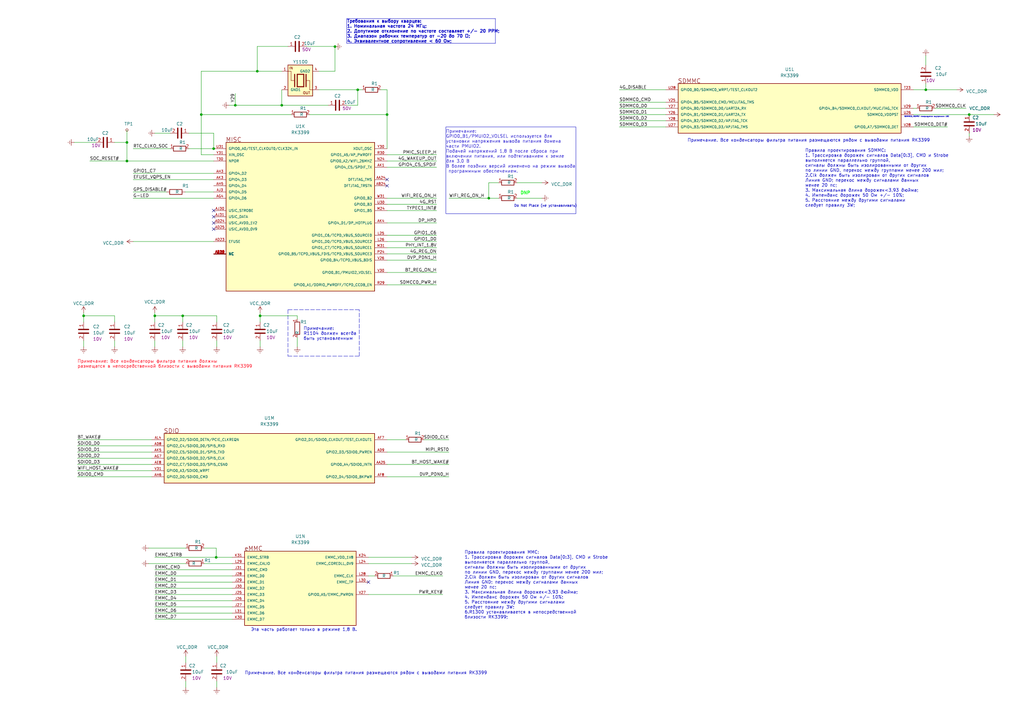
<source format=kicad_sch>
(kicad_sch (version 20220904) (generator eeschema)
  (paper "A3")
  (title_block (title "RK 3399") (comment 2 "А.Пикалов"))
  (lib_symbols
    (symbol "ABM8-24.000MHZ-R60-D1W-T3:ABM8-24.000MHZ-R60-D1W-T3" (pin_names (offset 1.016))
      (property "Reference" "Y" (at -1.27 6.35 0))
      (symbol "ABM8-24.000MHZ-R60-D1W-T3_0_0"
        (text "IN" (at -3.81 3.81 0) (effects (font (size 1.016 1.016))))
        (text "OUT" (at 2.54 -6.35 0) (effects (font (size 1.016 1.016))))
        (pin passive line (at -7.62 2.54 0) (length 2.54) (name "~") (number "1"))
        (pin power_in line (at -7.62 -5.08 0) (length 2.54) (name "GND1") (number "2"))
        (pin passive line (at 7.62 -5.08 180) (length 2.54) (name "~") (number "3"))
        (pin power_in line (at 7.62 2.54 180) (length 2.54) (name "GND2") (number "4"))
      )
    )
    (symbol "C_1" (pin_names (offset 0.254))
      (property "Reference" "C" (at 0.635 2.54 0))
      (property "Value" "C" (at 0.635 -2.54 0))
      (symbol "C_1_1_1"
        (pin passive line (at 0 3.81 270) (length 2.794) (name "~") (number "1"))
        (pin passive line (at 0 -3.81 90) (length 2.794) (name "~") (number "2"))
      )
    )
    (symbol "C_2" (pin_names (offset 0.254))
      (property "Reference" "C" (at 0.635 2.54 0))
      (property "Value" "C" (at 0.635 -2.54 0))
      (symbol "C_2_1_1"
        (pin passive line (at 0 3.81 270) (length 2.794) (name "~") (number "1"))
        (pin passive line (at 0 -3.81 90) (length 2.794) (name "~") (number "2"))
      )
    )
    (symbol "C_3" (pin_names (offset 0.254))
      (property "Reference" "C" (at 0.635 2.54 0))
      (property "Value" "C" (at 0.635 -2.54 0))
      (symbol "C_3_1_1"
        (pin passive line (at 0 3.81 270) (length 2.794) (name "~") (number "1"))
        (pin passive line (at 0 -3.81 90) (length 2.794) (name "~") (number "2"))
      )
    )
    (symbol "C_4" (pin_names (offset 0.254))
      (property "Reference" "C" (at 0.635 2.54 0))
      (property "Value" "C" (at 0.635 -2.54 0))
      (symbol "C_4_1_1"
        (pin passive line (at 0 3.81 270) (length 2.794) (name "~") (number "1"))
        (pin passive line (at 0 -3.81 90) (length 2.794) (name "~") (number "2"))
      )
    )
    (symbol "C_5" (pin_names (offset 0.254))
      (property "Reference" "C" (at 0.635 2.54 0))
      (property "Value" "C" (at 0.635 -2.54 0))
      (symbol "C_5_1_1"
        (pin passive line (at 0 3.81 270) (length 2.794) (name "~") (number "1"))
        (pin passive line (at 0 -3.81 90) (length 2.794) (name "~") (number "2"))
      )
    )
    (symbol "C_6" (pin_names (offset 0.254))
      (property "Reference" "C" (at 0.635 2.54 0))
      (property "Value" "C" (at 0.635 -2.54 0))
      (symbol "C_6_1_1"
        (pin passive line (at 0 3.81 270) (length 2.794) (name "~") (number "1"))
        (pin passive line (at 0 -3.81 90) (length 2.794) (name "~") (number "2"))
      )
    )
    (symbol "C_7" (pin_names (offset 0.254))
      (property "Reference" "C" (at 0.635 2.54 0))
      (property "Value" "C" (at 0.635 -2.54 0))
      (symbol "C_7_1_1"
        (pin passive line (at 0 3.81 270) (length 2.794) (name "~") (number "1"))
        (pin passive line (at 0 -3.81 90) (length 2.794) (name "~") (number "2"))
      )
    )
    (symbol "C_8" (pin_names (offset 0.254))
      (property "Reference" "C" (at 0.635 2.54 0))
      (property "Value" "C" (at 0.635 -2.54 0))
      (symbol "C_8_1_1"
        (pin passive line (at 0 3.81 270) (length 2.794) (name "~") (number "1"))
        (pin passive line (at 0 -3.81 90) (length 2.794) (name "~") (number "2"))
      )
    )
    (symbol "Connector:TestPoint_Small" (pin_numbers hide) (pin_names (offset 0.762) hide)
      (property "Reference" "TP" (at 0 3.81 0))
      (property "Value" "TestPoint_Small" (at 0 2.032 0))
      (symbol "TestPoint_Small_1_1"
        (pin passive line (at 0 0 90) (length 0) (name "1") (number "1"))
      )
    )
    (symbol "Device:C" (pin_names (offset 0.254))
      (property "Reference" "C" (at 0.635 2.54 0))
      (property "Value" "C" (at 0.635 -2.54 0))
      (symbol "C_1_1"
        (pin passive line (at 0 3.81 270) (length 2.794) (name "~") (number "1"))
        (pin passive line (at 0 -3.81 90) (length 2.794) (name "~") (number "2"))
      )
    )
    (symbol "Device:R" (pin_numbers hide) (pin_names (offset 0))
      (property "Reference" "R" (at 2.032 0 90))
      (property "Value" "R" (at 0 0 90))
      (symbol "R_1_1"
        (pin passive line (at 0 3.81 270) (length 1.27) (name "~") (number "1"))
        (pin passive line (at 0 -3.81 90) (length 1.27) (name "~") (number "2"))
      )
    )
    (symbol "RK3399:RK3399" (pin_names (offset 1.016))
      (property "Reference" "U" (at -20.9804 122.428 0))
      (property "Value" "RK3399" (at -21.0058 -119.2784 0))
      (symbol "RK3399_1_0"
        (text "Internal Logic Ground and Digital IO Groung" (at -20.4724 119.6594 0) (effects (font (size 1.778 1.778)) (justify left bottom)))
        (pin power_in line (at -25.4 114.3 0) (length 5.08) (name "VSS_1") (number "A1"))
        (pin power_in line (at -25.4 111.76 0) (length 5.08) (name "VSS_2") (number "A27"))
        (pin power_in line (at -25.4 109.22 0) (length 5.08) (name "VSS_3") (number "A31"))
        (pin power_in line (at 25.4 -109.22 180) (length 5.08) (name "VSS_179") (number "AA10"))
        (pin power_in line (at 25.4 -104.14 180) (length 5.08) (name "VSS_177") (number "AA13"))
        (pin power_in line (at -25.4 106.68 0) (length 5.08) (name "VSS_4") (number "AA3"))
        (pin power_in line (at -25.4 104.14 0) (length 5.08) (name "VSS_5") (number "AA5"))
        (pin power_in line (at -25.4 101.6 0) (length 5.08) (name "VSS_6") (number "AA9"))
        (pin power_in line (at 25.4 -10.16 180) (length 5.08) (name "VSS_140") (number "AB19"))
        (pin power_in line (at -25.4 93.98 0) (length 5.08) (name "VSS_9") (number "AB9"))
        (pin power_in line (at 25.4 -22.86 180) (length 5.08) (name "VSS_145") (number "AC18"))
        (pin power_in line (at -25.4 83.82 0) (length 5.08) (name "VSS_13") (number "AC20"))
        (pin power_in line (at 25.4 10.16 180) (length 5.08) (name "VSS_132") (number "AC21"))
        (pin power_in line (at -25.4 86.36 0) (length 5.08) (name "VSS_12") (number "AC22"))
        (pin power_in line (at -25.4 76.2 0) (length 5.08) (name "VSS_16") (number "AC3"))
        (pin power_in line (at -25.4 68.58 0) (length 5.08) (name "VSS_19") (number "AD10"))
        (pin power_in line (at 25.4 -68.58 180) (length 5.08) (name "VSS_163") (number "AD21"))
        (pin power_in line (at -25.4 88.9 0) (length 5.08) (name "VSS_11") (number "AD22"))
        (pin power_in line (at -25.4 73.66 0) (length 5.08) (name "VSS_17") (number "AD3"))
        (pin power_in line (at -25.4 71.12 0) (length 5.08) (name "VSS_18") (number "AD5"))
        (pin power_in line (at -25.4 81.28 0) (length 5.08) (name "VSS_14") (number "AE23"))
        (pin power_in line (at -25.4 99.06 0) (length 5.08) (name "VSS_7") (number "AF18"))
        (pin power_in line (at -25.4 91.44 0) (length 5.08) (name "VSS_10") (number "AF20"))
        (pin power_in line (at -25.4 66.04 0) (length 5.08) (name "VSS_20") (number "AF9"))
        (pin power_in line (at -25.4 63.5 0) (length 5.08) (name "VSS_21") (number "AG2"))
        (pin power_in line (at 25.4 -111.76 180) (length 5.08) (name "VSS_180") (number "AJ20"))
        (pin power_in line (at 25.4 -91.44 180) (length 5.08) (name "VSS_172") (number "AJ21"))
        (pin power_in line (at 25.4 -93.98 180) (length 5.08) (name "VSS_173") (number "AJ23"))
        (pin power_in line (at 25.4 -96.52 180) (length 5.08) (name "VSS_174") (number "AJ24"))
        (pin power_in line (at 25.4 -99.06 180) (length 5.08) (name "VSS_175") (number "AJ26"))
        (pin power_in line (at 25.4 -101.6 180) (length 5.08) (name "VSS_176") (number "AJ27"))
        (pin power_in line (at 25.4 -88.9 180) (length 5.08) (name "VSS_171") (number "AJ28"))
        (pin power_in line (at -25.4 60.96 0) (length 5.08) (name "VSS_22") (number "AJ5"))
        (pin power_in line (at -25.4 58.42 0) (length 5.08) (name "VSS_23") (number "AL1"))
        (pin power_in line (at 25.4 -106.68 180) (length 5.08) (name "VSS_178") (number "AL31"))
        (pin power_in line (at -25.4 55.88 0) (length 5.08) (name "VSS_24") (number "B5"))
        (pin power_in line (at -25.4 48.26 0) (length 5.08) (name "VSS_27") (number "C11"))
        (pin power_in line (at -25.4 45.72 0) (length 5.08) (name "VSS_28") (number "C12"))
        (pin power_in line (at -25.4 43.18 0) (length 5.08) (name "VSS_29") (number "C14"))
        (pin power_in line (at -25.4 40.64 0) (length 5.08) (name "VSS_30") (number "C15"))
        (pin power_in line (at -25.4 38.1 0) (length 5.08) (name "VSS_31") (number "C17"))
        (pin power_in line (at -25.4 35.56 0) (length 5.08) (name "VSS_32") (number "C18"))
        (pin power_in line (at -25.4 33.02 0) (length 5.08) (name "VSS_33") (number "C20"))
        (pin power_in line (at -25.4 30.48 0) (length 5.08) (name "VSS_34") (number "C21"))
        (pin power_in line (at -25.4 27.94 0) (length 5.08) (name "VSS_35") (number "C23"))
        (pin power_in line (at -25.4 25.4 0) (length 5.08) (name "VSS_36") (number "C24"))
        (pin power_in line (at -25.4 22.86 0) (length 5.08) (name "VSS_37") (number "C26"))
        (pin power_in line (at -25.4 53.34 0) (length 5.08) (name "VSS_25") (number "C8"))
        (pin power_in line (at -25.4 50.8 0) (length 5.08) (name "VSS_26") (number "C9"))
        (pin power_in line (at -25.4 20.32 0) (length 5.08) (name "VSS_38") (number "D5"))
        (pin power_in line (at -25.4 10.16 0) (length 5.08) (name "VSS_42") (number "E12"))
        (pin power_in line (at -25.4 7.62 0) (length 5.08) (name "VSS_43") (number "E15"))
        (pin power_in line (at -25.4 5.08 0) (length 5.08) (name "VSS_44") (number "E18"))
        (pin power_in line (at -25.4 17.78 0) (length 5.08) (name "VSS_39") (number "E2"))
        (pin power_in line (at -25.4 2.54 0) (length 5.08) (name "VSS_45") (number "E21"))
        (pin power_in line (at -25.4 0 0) (length 5.08) (name "VSS_46") (number "E24"))
        (pin power_in line (at -25.4 -2.54 0) (length 5.08) (name "VSS_47") (number "E31"))
        (pin power_in line (at -25.4 15.24 0) (length 5.08) (name "VSS_40") (number "E4"))
        (pin power_in line (at -25.4 12.7 0) (length 5.08) (name "VSS_41") (number "E7"))
        (pin power_in line (at -25.4 -7.62 0) (length 5.08) (name "VSS_49") (number "F15"))
        (pin power_in line (at -25.4 -10.16 0) (length 5.08) (name "VSS_50") (number "F18"))
        (pin power_in line (at -25.4 -12.7 0) (length 5.08) (name "VSS_51") (number "F20"))
        (pin power_in line (at -25.4 -15.24 0) (length 5.08) (name "VSS_52") (number "F21"))
        (pin power_in line (at -25.4 -5.08 0) (length 5.08) (name "VSS_48") (number "F8"))
        (pin power_in line (at -25.4 -22.86 0) (length 5.08) (name "VSS_55") (number "G18"))
        (pin power_in line (at -25.4 -25.4 0) (length 5.08) (name "VSS_56") (number "G27"))
        (pin power_in line (at -25.4 -17.78 0) (length 5.08) (name "VSS_53") (number "G5"))
        (pin power_in line (at -25.4 -20.32 0) (length 5.08) (name "VSS_54") (number "G9"))
        (pin power_in line (at -25.4 -33.02 0) (length 5.08) (name "VSS_59") (number "H10"))
        (pin power_in line (at -25.4 -35.56 0) (length 5.08) (name "VSS_60") (number "H11"))
        (pin power_in line (at -25.4 -38.1 0) (length 5.08) (name "VSS_61") (number "H12"))
        (pin power_in line (at -25.4 -40.64 0) (length 5.08) (name "VSS_62") (number "H13"))
        (pin power_in line (at -25.4 -43.18 0) (length 5.08) (name "VSS_63") (number "H15"))
        (pin power_in line (at -25.4 -45.72 0) (length 5.08) (name "VSS_64") (number "H16"))
        (pin power_in line (at -25.4 -48.26 0) (length 5.08) (name "VSS_65") (number "H17"))
        (pin power_in line (at -25.4 -50.8 0) (length 5.08) (name "VSS_66") (number "H18"))
        (pin power_in line (at -25.4 -53.34 0) (length 5.08) (name "VSS_67") (number "H26"))
        (pin power_in line (at -25.4 -27.94 0) (length 5.08) (name "VSS_57") (number "H3"))
        (pin power_in line (at -25.4 -30.48 0) (length 5.08) (name "VSS_58") (number "H9"))
        (pin power_in line (at -25.4 -68.58 0) (length 5.08) (name "VSS_73") (number "J10"))
        (pin power_in line (at -25.4 -55.88 0) (length 5.08) (name "VSS_68") (number "J3"))
        (pin power_in line (at -25.4 -58.42 0) (length 5.08) (name "VSS_69") (number "J6"))
        (pin power_in line (at -25.4 -60.96 0) (length 5.08) (name "VSS_70") (number "J7"))
        (pin power_in line (at -25.4 -63.5 0) (length 5.08) (name "VSS_71") (number "J8"))
        (pin power_in line (at -25.4 -66.04 0) (length 5.08) (name "VSS_72") (number "J9"))
        (pin power_in line (at -25.4 -76.2 0) (length 5.08) (name "VSS_76") (number "K10"))
        (pin power_in line (at -25.4 -78.74 0) (length 5.08) (name "VSS_77") (number "K12"))
        (pin power_in line (at -25.4 -81.28 0) (length 5.08) (name "VSS_78") (number "K14"))
        (pin power_in line (at -25.4 -83.82 0) (length 5.08) (name "VSS_79") (number "K16"))
        (pin power_in line (at -25.4 -86.36 0) (length 5.08) (name "VSS_80") (number "K18"))
        (pin power_in line (at -25.4 -91.44 0) (length 5.08) (name "VSS_82") (number "K20"))
        (pin power_in line (at -25.4 -96.52 0) (length 5.08) (name "VSS_84") (number "K22"))
        (pin power_in line (at -25.4 -71.12 0) (length 5.08) (name "VSS_74") (number "K8"))
        (pin power_in line (at -25.4 -73.66 0) (length 5.08) (name "VSS_75") (number "K9"))
        (pin power_in line (at -25.4 -106.68 0) (length 5.08) (name "VSS_88") (number "L11"))
        (pin power_in line (at -25.4 -109.22 0) (length 5.08) (name "VSS_89") (number "L12"))
        (pin power_in line (at -25.4 -111.76 0) (length 5.08) (name "VSS_90") (number "L13"))
        (pin power_in line (at 25.4 114.3 180) (length 5.08) (name "VSS_91") (number "L14"))
        (pin power_in line (at 25.4 111.76 180) (length 5.08) (name "VSS_92") (number "L15"))
        (pin power_in line (at 25.4 109.22 180) (length 5.08) (name "VSS_93") (number "L16"))
        (pin power_in line (at 25.4 101.6 180) (length 5.08) (name "VSS_96") (number "L20"))
        (pin power_in line (at 25.4 99.06 180) (length 5.08) (name "VSS_97") (number "L22"))
        (pin power_in line (at 25.4 93.98 180) (length 5.08) (name "VSS_99") (number "L27"))
        (pin power_in line (at -25.4 -99.06 0) (length 5.08) (name "VSS_85") (number "L3"))
        (pin power_in line (at -25.4 -101.6 0) (length 5.08) (name "VSS_86") (number "L6"))
        (pin power_in line (at -25.4 -104.14 0) (length 5.08) (name "VSS_87") (number "L8"))
        (pin power_in line (at 25.4 86.36 180) (length 5.08) (name "VSS_102") (number "M10"))
        (pin power_in line (at 25.4 83.82 180) (length 5.08) (name "VSS_103") (number "M16"))
        (pin power_in line (at 25.4 81.28 180) (length 5.08) (name "VSS_104") (number "M23"))
        (pin power_in line (at 25.4 91.44 180) (length 5.08) (name "VSS_100") (number "M3"))
        (pin power_in line (at 25.4 88.9 180) (length 5.08) (name "VSS_101") (number "M8"))
        (pin power_in line (at 25.4 71.12 180) (length 5.08) (name "VSS_108") (number "N13"))
        (pin power_in line (at 25.4 68.58 180) (length 5.08) (name "VSS_109") (number "N14"))
        (pin power_in line (at 25.4 66.04 180) (length 5.08) (name "VSS_110") (number "N15"))
        (pin power_in line (at 25.4 63.5 180) (length 5.08) (name "VSS_111") (number "N16"))
        (pin power_in line (at 25.4 106.68 180) (length 5.08) (name "VSS_94") (number "N17"))
        (pin power_in line (at -25.4 -93.98 0) (length 5.08) (name "VSS_83") (number "N19"))
        (pin power_in line (at 25.4 96.52 180) (length 5.08) (name "VSS_98") (number "N21"))
        (pin power_in line (at 25.4 78.74 180) (length 5.08) (name "VSS_105") (number "N8"))
        (pin power_in line (at 25.4 50.8 180) (length 5.08) (name "VSS_116") (number "P10"))
        (pin power_in line (at 25.4 76.2 180) (length 5.08) (name "VSS_106") (number "P11"))
        (pin power_in line (at 25.4 73.66 180) (length 5.08) (name "VSS_107") (number "P12"))
        (pin power_in line (at 25.4 48.26 180) (length 5.08) (name "VSS_117") (number "P16"))
        (pin power_in line (at 25.4 43.18 180) (length 5.08) (name "VSS_119") (number "P19"))
        (pin power_in line (at 25.4 38.1 180) (length 5.08) (name "VSS_121") (number "P21"))
        (pin power_in line (at 25.4 60.96 180) (length 5.08) (name "VSS_112") (number "P3"))
        (pin power_in line (at 25.4 58.42 180) (length 5.08) (name "VSS_113") (number "P6"))
        (pin power_in line (at 25.4 55.88 180) (length 5.08) (name "VSS_114") (number "P7"))
        (pin power_in line (at 25.4 53.34 180) (length 5.08) (name "VSS_115") (number "P8"))
        (pin power_in line (at 25.4 17.78 180) (length 5.08) (name "VSS_129") (number "R14"))
        (pin power_in line (at 25.4 15.24 180) (length 5.08) (name "VSS_130") (number "R15"))
        (pin power_in line (at 25.4 12.7 180) (length 5.08) (name "VSS_131") (number "R16"))
        (pin power_in line (at 25.4 -73.66 180) (length 5.08) (name "VSS_165") (number "R18"))
        (pin power_in line (at 25.4 40.64 180) (length 5.08) (name "VSS_120") (number "R21"))
        (pin power_in line (at 25.4 7.62 180) (length 5.08) (name "VSS_133") (number "R23"))
        (pin power_in line (at 25.4 33.02 180) (length 5.08) (name "VSS_123") (number "R3"))
        (pin power_in line (at 25.4 30.48 180) (length 5.08) (name "VSS_124") (number "R5"))
        (pin power_in line (at 25.4 27.94 180) (length 5.08) (name "VSS_125") (number "R6"))
        (pin power_in line (at 25.4 2.54 180) (length 5.08) (name "VSS_135") (number "T10"))
        (pin power_in line (at 25.4 -5.08 180) (length 5.08) (name "VSS_138") (number "T16"))
        (pin power_in line (at 25.4 -81.28 180) (length 5.08) (name "VSS_168") (number "T18"))
        (pin power_in line (at 25.4 35.56 180) (length 5.08) (name "VSS_122") (number "T19"))
        (pin power_in line (at 25.4 -7.62 180) (length 5.08) (name "VSS_139") (number "T21"))
        (pin power_in line (at 25.4 5.08 180) (length 5.08) (name "VSS_134") (number "T8"))
        (pin power_in line (at 25.4 25.4 180) (length 5.08) (name "VSS_126") (number "U11"))
        (pin power_in line (at 25.4 22.86 180) (length 5.08) (name "VSS_127") (number "U12"))
        (pin power_in line (at 25.4 -2.54 180) (length 5.08) (name "VSS_137") (number "U14"))
        (pin power_in line (at 25.4 -17.78 180) (length 5.08) (name "VSS_143") (number "U15"))
        (pin power_in line (at 25.4 -20.32 180) (length 5.08) (name "VSS_144") (number "U16"))
        (pin power_in line (at 25.4 -25.4 180) (length 5.08) (name "VSS_146") (number "U19"))
        (pin power_in line (at 25.4 -27.94 180) (length 5.08) (name "VSS_147") (number "U21"))
        (pin power_in line (at 25.4 -33.02 180) (length 5.08) (name "VSS_149") (number "U22"))
        (pin power_in line (at 25.4 -35.56 180) (length 5.08) (name "VSS_150") (number "U29"))
        (pin power_in line (at 25.4 -12.7 180) (length 5.08) (name "VSS_141") (number "U3"))
        (pin power_in line (at 25.4 -15.24 180) (length 5.08) (name "VSS_142") (number "U8"))
        (pin power_in line (at 25.4 -45.72 180) (length 5.08) (name "VSS_154") (number "V10"))
        (pin power_in line (at 25.4 -30.48 180) (length 5.08) (name "VSS_148") (number "V17"))
        (pin power_in line (at 25.4 -38.1 180) (length 5.08) (name "VSS_151") (number "V3"))
        (pin power_in line (at 25.4 -40.64 180) (length 5.08) (name "VSS_152") (number "V5"))
        (pin power_in line (at 25.4 -43.18 180) (length 5.08) (name "VSS_153") (number "V8"))
        (pin power_in line (at 25.4 20.32 180) (length 5.08) (name "VSS_128") (number "W13"))
        (pin power_in line (at 25.4 -58.42 180) (length 5.08) (name "VSS_159") (number "W17"))
        (pin power_in line (at 25.4 -83.82 180) (length 5.08) (name "VSS_169") (number "W18"))
        (pin power_in line (at 25.4 -78.74 180) (length 5.08) (name "VSS_167") (number "W19"))
        (pin power_in line (at -25.4 -88.9 0) (length 5.08) (name "VSS_81") (number "W21"))
        (pin power_in line (at 25.4 -55.88 180) (length 5.08) (name "VSS_158") (number "W22"))
        (pin power_in line (at 25.4 -60.96 180) (length 5.08) (name "VSS_160") (number "W30"))
        (pin power_in line (at 25.4 -63.5 180) (length 5.08) (name "VSS_161") (number "W8"))
        (pin power_in line (at 25.4 -66.04 180) (length 5.08) (name "VSS_162") (number "W9"))
        (pin power_in line (at -25.4 78.74 0) (length 5.08) (name "VSS_15") (number "Y10"))
        (pin power_in line (at 25.4 -48.26 180) (length 5.08) (name "VSS_155") (number "Y11"))
        (pin power_in line (at 25.4 0 180) (length 5.08) (name "VSS_136") (number "Y12"))
        (pin power_in line (at 25.4 -71.12 180) (length 5.08) (name "VSS_164") (number "Y13"))
        (pin power_in line (at 25.4 -50.8 180) (length 5.08) (name "VSS_156") (number "Y14"))
        (pin power_in line (at 25.4 -53.34 180) (length 5.08) (name "VSS_157") (number "Y15"))
        (pin power_in line (at 25.4 45.72 180) (length 5.08) (name "VSS_118") (number "Y16"))
        (pin power_in line (at 25.4 104.14 180) (length 5.08) (name "VSS_95") (number "Y17"))
        (pin power_in line (at 25.4 -86.36 180) (length 5.08) (name "VSS_170") (number "Y20"))
        (pin power_in line (at -25.4 96.52 0) (length 5.08) (name "VSS_8") (number "Y3"))
        (pin power_in line (at 25.4 -76.2 180) (length 5.08) (name "VSS_166") (number "Y9"))
      )
      (symbol "RK3399_2_0"
        (text "Analog Groung" (at -15.3162 48.4124 0) (effects (font (size 1.778 1.778)) (justify left bottom)))
        (pin power_in line (at -20.32 12.7 0) (length 5.08) (name "AVSS_13") (number "AA11"))
        (pin power_in line (at -20.32 2.54 0) (length 5.08) (name "AVSS_17") (number "AA12"))
        (pin power_in line (at -20.32 -20.32 0) (length 5.08) (name "AVSS_26") (number "AA14"))
        (pin power_in line (at 17.78 0 180) (length 5.08) (name "AVSS_53") (number "AA15"))
        (pin power_in line (at -20.32 35.56 0) (length 5.08) (name "AVSS_4") (number "AA23"))
        (pin power_in line (at -20.32 30.48 0) (length 5.08) (name "AVSS_6") (number "AA26"))
        (pin power_in line (at -20.32 27.94 0) (length 5.08) (name "AVSS_7") (number "AA29"))
        (pin power_in line (at -20.32 15.24 0) (length 5.08) (name "AVSS_12") (number "AB10"))
        (pin power_in line (at -20.32 25.4 0) (length 5.08) (name "AVSS_8") (number "AB11"))
        (pin power_in line (at -20.32 22.86 0) (length 5.08) (name "AVSS_9") (number "AB13"))
        (pin power_in line (at 17.78 27.94 180) (length 5.08) (name "AVSS_42") (number "AB15"))
        (pin power_in line (at 17.78 30.48 180) (length 5.08) (name "AVSS_41") (number "AB16"))
        (pin power_in line (at 17.78 2.54 180) (length 5.08) (name "AVSS_52") (number "AB17"))
        (pin power_in line (at -20.32 33.02 0) (length 5.08) (name "AVSS_5") (number "AB23"))
        (pin power_in line (at 17.78 22.86 180) (length 5.08) (name "AVSS_44") (number "AC11"))
        (pin power_in line (at 17.78 20.32 180) (length 5.08) (name "AVSS_45") (number "AC13"))
        (pin power_in line (at -20.32 20.32 0) (length 5.08) (name "AVSS_10") (number "AC15"))
        (pin power_in line (at -20.32 0 0) (length 5.08) (name "AVSS_18") (number "AC16"))
        (pin power_in line (at 17.78 25.4 180) (length 5.08) (name "AVSS_43") (number "AC17"))
        (pin power_in line (at -20.32 -2.54 0) (length 5.08) (name "AVSS_19") (number "AC23"))
        (pin power_in line (at 17.78 5.08 180) (length 5.08) (name "AVSS_51") (number "AC25"))
        (pin power_in line (at -20.32 10.16 0) (length 5.08) (name "AVSS_14") (number "AC26"))
        (pin power_in line (at -20.32 7.62 0) (length 5.08) (name "AVSS_15") (number "AC29"))
        (pin power_in line (at -20.32 17.78 0) (length 5.08) (name "AVSS_11") (number "AD13"))
        (pin power_in line (at -20.32 5.08 0) (length 5.08) (name "AVSS_16") (number "AD17"))
        (pin power_in line (at 17.78 33.02 180) (length 5.08) (name "AVSS_40") (number "AD26"))
        (pin power_in line (at -20.32 -5.08 0) (length 5.08) (name "AVSS_20") (number "AD29"))
        (pin power_in line (at -20.32 -7.62 0) (length 5.08) (name "AVSS_21") (number "AE11"))
        (pin power_in line (at -20.32 -10.16 0) (length 5.08) (name "AVSS_22") (number "AE12"))
        (pin power_in line (at -20.32 -12.7 0) (length 5.08) (name "AVSS_23") (number "AE14"))
        (pin power_in line (at -20.32 -15.24 0) (length 5.08) (name "AVSS_24") (number "AE17"))
        (pin power_in line (at -20.32 -17.78 0) (length 5.08) (name "AVSS_25") (number "AE27"))
        (pin power_in line (at -20.32 -22.86 0) (length 5.08) (name "AVSS_27") (number "AF17"))
        (pin power_in line (at -20.32 40.64 0) (length 5.08) (name "AVSS_2") (number "AF23"))
        (pin power_in line (at -20.32 38.1 0) (length 5.08) (name "AVSS_3") (number "AF24"))
        (pin power_in line (at -20.32 -25.4 0) (length 5.08) (name "AVSS_28") (number "AF29"))
        (pin power_in line (at -20.32 -27.94 0) (length 5.08) (name "AVSS_29") (number "AG29"))
        (pin power_in line (at -20.32 -30.48 0) (length 5.08) (name "AVSS_30") (number "AH29"))
        (pin power_in line (at -20.32 -40.64 0) (length 5.08) (name "AVSS_34") (number "AJ11"))
        (pin power_in line (at -20.32 -43.18 0) (length 5.08) (name "AVSS_35") (number "AJ12"))
        (pin power_in line (at 17.78 43.18 180) (length 5.08) (name "AVSS_36") (number "AJ14"))
        (pin power_in line (at 17.78 40.64 180) (length 5.08) (name "AVSS_37") (number "AJ15"))
        (pin power_in line (at 17.78 38.1 180) (length 5.08) (name "AVSS_38") (number "AJ17"))
        (pin power_in line (at 17.78 35.56 180) (length 5.08) (name "AVSS_39") (number "AJ18"))
        (pin power_in line (at 17.78 15.24 180) (length 5.08) (name "AVSS_47") (number "AJ29"))
        (pin power_in line (at -20.32 -33.02 0) (length 5.08) (name "AVSS_31") (number "AJ6"))
        (pin power_in line (at -20.32 -35.56 0) (length 5.08) (name "AVSS_32") (number "AJ8"))
        (pin power_in line (at -20.32 -38.1 0) (length 5.08) (name "AVSS_33") (number "AJ9"))
        (pin power_in line (at 17.78 -7.62 180) (length 5.08) (name "EDP_AVSS_1") (number "B31"))
        (pin power_in line (at 17.78 -10.16 180) (length 5.08) (name "EDP_AVSS_2") (number "C28"))
        (pin power_in line (at 17.78 -12.7 180) (length 5.08) (name "EDP_AVSS_3") (number "C29"))
        (pin power_in line (at 17.78 -15.24 180) (length 5.08) (name "EDP_AVSS_4") (number "D29"))
        (pin power_in line (at 17.78 -17.78 180) (length 5.08) (name "EDP_AVSS_5") (number "H19"))
        (pin power_in line (at 17.78 -20.32 180) (length 5.08) (name "EDP_AVSS_6") (number "J21"))
        (pin power_in line (at 17.78 -30.48 180) (length 5.08) (name "PLL_AVSS") (number "P17"))
        (pin power_in line (at 17.78 10.16 180) (length 5.08) (name "AVSS_49") (number "U23"))
        (pin power_in line (at 17.78 7.62 180) (length 5.08) (name "AVSS_50") (number "V23"))
        (pin power_in line (at 17.78 17.78 180) (length 5.08) (name "AVSS_46") (number "W23"))
        (pin power_in line (at -20.32 43.18 0) (length 5.08) (name "AVSS_1") (number "Y23"))
        (pin power_in line (at 17.78 12.7 180) (length 5.08) (name "AVSS_48") (number "Y29"))
      )
      (symbol "RK3399_3_0"
        (text "Internal Center Logic Power" (at -27.9908 15.2908 0) (effects (font (size 1.778 1.778)) (justify left bottom)))
        (pin power_in line (at -33.02 10.16 0) (length 5.08) (name "CENTERLOGIC_VDD_1") (number "M11"))
        (pin power_in line (at -33.02 5.08 0) (length 5.08) (name "CENTERLOGIC_VDD_2") (number "M12"))
        (pin power_in line (at -33.02 0 0) (length 5.08) (name "CENTERLOGIC_VDD_3") (number "M13"))
        (pin power_in line (at -33.02 -5.08 0) (length 5.08) (name "CENTERLOGIC_VDD_4") (number "M14"))
        (pin power_in line (at -33.02 -10.16 0) (length 5.08) (name "CENTERLOGIC_VDD_5") (number "M15"))
        (pin power_in line (at 33.02 10.16 180) (length 5.08) (name "CENTERLOGIC_VDD_6") (number "N11"))
        (pin power_in line (at 33.02 5.08 180) (length 5.08) (name "CENTERLOGIC_VDD_7") (number "N12"))
        (pin power_in line (at 33.02 0 180) (length 5.08) (name "CENTERLOGIC_VDD_8") (number "P13"))
        (pin power_in line (at 33.02 -5.08 180) (length 5.08) (name "CENTERLOGIC_VDD_9") (number "P14"))
        (pin power_in line (at 33.02 -10.16 180) (length 5.08) (name "CENTERLOGIC_VDD_10") (number "P15"))
      )
      (symbol "RK3399_4_0"
        (text "Internal GPU Power" (at -17.8816 28.0416 0) (effects (font (size 1.778 1.778)) (justify left bottom)))
        (pin power_in line (at -22.86 -10.16 0) (length 5.08) (name "GPU_VDD_8") (number "R11"))
        (pin power_in line (at -22.86 -15.24 0) (length 5.08) (name "GPU_VDD_9") (number "R12"))
        (pin power_in line (at 22.86 15.24 180) (length 5.08) (name "GPU_VDD_13") (number "R13"))
        (pin power_in line (at -22.86 -20.32 0) (length 5.08) (name "GPU_VDD_10") (number "T11"))
        (pin power_in line (at 22.86 25.4 180) (length 5.08) (name "GPU_VDD_11") (number "T12"))
        (pin power_in line (at 22.86 20.32 180) (length 5.08) (name "GPU_VDD_12") (number "T13"))
        (pin power_in line (at 22.86 10.16 180) (length 5.08) (name "GPU_VDD_14") (number "T14"))
        (pin power_in line (at -22.86 -25.4 0) (length 5.08) (name "GPU_VDD_COM") (number "T15"))
        (pin power_in line (at -22.86 -5.08 0) (length 5.08) (name "GPU_VDD_7") (number "U13"))
        (pin power_in line (at 22.86 5.08 180) (length 5.08) (name "GPU_VDD_15") (number "V11"))
        (pin power_in line (at 22.86 0 180) (length 5.08) (name "GPU_VDD_16") (number "V12"))
        (pin power_in line (at -22.86 0 0) (length 5.08) (name "GPU_VDD_6") (number "V13"))
        (pin power_in line (at -22.86 5.08 0) (length 5.08) (name "GPU_VDD_5") (number "V14"))
        (pin power_in line (at -22.86 10.16 0) (length 5.08) (name "GPU_VDD_4") (number "V15"))
        (pin power_in line (at 22.86 -5.08 180) (length 5.08) (name "GPU_VDD_17") (number "V16"))
        (pin power_in line (at 22.86 -20.32 180) (length 5.08) (name "GPU_VDD_20") (number "W10"))
        (pin power_in line (at -22.86 25.4 0) (length 5.08) (name "GPU_VDD_1") (number "W11"))
        (pin power_in line (at -22.86 20.32 0) (length 5.08) (name "GPU_VDD_2") (number "W12"))
        (pin power_in line (at -22.86 15.24 0) (length 5.08) (name "GPU_VDD_3") (number "W14"))
        (pin power_in line (at 22.86 -15.24 180) (length 5.08) (name "GPU_VDD_19") (number "W15"))
        (pin power_in line (at 22.86 -10.16 180) (length 5.08) (name "GPU_VDD_18") (number "W16"))
      )
      (symbol "RK3399_5_0"
        (text "Internal BIG CPU A72 Power" (at -20.4216 17.8562 0) (effects (font (size 1.778 1.778)) (justify left bottom)))
        (pin power_in line (at 25.4 -5.08 180) (length 5.08) (name "BIGCPU_VDD_12") (number "K19"))
        (pin power_in line (at 25.4 -10.16 180) (length 5.08) (name "BIGCPU_VDD_13") (number "K21"))
        (pin power_in line (at 25.4 15.24 180) (length 5.08) (name "BIGCPU_VDD_8") (number "L18"))
        (pin power_in line (at -25.4 15.24 0) (length 5.08) (name "BIGCPU_VDD_1") (number "L19"))
        (pin power_in line (at -25.4 10.16 0) (length 5.08) (name "BIGCPU_VDD_2") (number "L21"))
        (pin power_in line (at 25.4 0 180) (length 5.08) (name "BIGCPU_VDD_11") (number "L23"))
        (pin power_in line (at -25.4 5.08 0) (length 5.08) (name "BIGCPU_VDD_3") (number "M18"))
        (pin power_in line (at -25.4 0 0) (length 5.08) (name "BIGCPU_VDD_4") (number "M19"))
        (pin power_in line (at -25.4 -5.08 0) (length 5.08) (name "BIGCPU_VDD_5") (number "M20"))
        (pin power_in line (at -25.4 -10.16 0) (length 5.08) (name "BIGCPU_VDD_6") (number "M21"))
        (pin power_in line (at -25.4 -15.24 0) (length 5.08) (name "BIGCPU_VDD_7") (number "M22"))
        (pin power_in line (at 25.4 -17.78 180) (length 5.08) (name "BIGCPU_VDD_COM") (number "N18"))
        (pin power_in line (at 25.4 5.08 180) (length 5.08) (name "BIGCPU_VDD_10") (number "N20"))
        (pin power_in line (at 25.4 10.16 180) (length 5.08) (name "BIGCPU_VDD_9") (number "N22"))
      )
      (symbol "RK3399_6_0"
        (text "Internal Logic Power" (at -20.4216 10.2108 0) (effects (font (size 1.778 1.778)) (justify left bottom)))
        (pin power_in line (at 25.4 2.54 180) (length 5.08) (name "LOGIC_VDD_10") (number "L17"))
        (pin power_in line (at 25.4 5.08 180) (length 5.08) (name "LOGIC_VDD_9") (number "M17"))
        (pin power_in line (at 25.4 0 180) (length 5.08) (name "LOGIC_VDD_11") (number "T17"))
        (pin power_in line (at 25.4 7.62 180) (length 5.08) (name "LOGIC_VDD_8") (number "U17"))
        (pin power_in line (at -25.4 -7.62 0) (length 5.08) (name "LOGIC_VDD_7") (number "U18"))
        (pin power_in line (at 25.4 -2.54 180) (length 5.08) (name "LOGIC_VDD_12") (number "U20"))
        (pin power_in line (at -25.4 -2.54 0) (length 5.08) (name "LOGIC_VDD_5") (number "V18"))
        (pin power_in line (at -25.4 0 0) (length 5.08) (name "LOGIC_VDD_4") (number "V19"))
        (pin power_in line (at -25.4 2.54 0) (length 5.08) (name "LOGIC_VDD_3") (number "V20"))
        (pin power_in line (at -25.4 5.08 0) (length 5.08) (name "LOGIC_VDD_2") (number "V21"))
        (pin power_in line (at -25.4 7.62 0) (length 5.08) (name "LOGIC_VDD_1") (number "V22"))
        (pin power_in line (at -25.4 -5.08 0) (length 5.08) (name "LOGIC_VDD_6") (number "W20"))
      )
      (symbol "RK3399_7_0"
        (text "Internal LITTLE CPU A53 Power" (at -20.4216 10.2108 0) (effects (font (size 1.778 1.778)) (justify left bottom)))
        (pin power_in line (at -25.4 7.62 0) (length 5.08) (name "LITCPU_VDD_1") (number "P20"))
        (pin power_in line (at -25.4 -7.62 0) (length 5.08) (name "LITCPU_VDD_4") (number "P22"))
        (pin power_in line (at -25.4 2.54 0) (length 5.08) (name "LITCPU_VDD_2") (number "R19"))
        (pin power_in line (at -25.4 -2.54 0) (length 5.08) (name "LITCPU_VDD_3") (number "R20"))
        (pin power_in line (at 25.4 -2.54 180) (length 5.08) (name "LITCPU_VDD_7") (number "R22"))
        (pin power_in line (at 25.4 2.54 180) (length 5.08) (name "LITCPU_VDD_6") (number "T20"))
        (pin power_in line (at 25.4 7.62 180) (length 5.08) (name "LITCPU_VDD_5") (number "T22"))
      )
      (symbol "RK3399_8_0"
        (text "PCIe differential data I/O signals" (at -20.3962 22.9362 0) (effects (font (size 1.778 1.778)) (justify left bottom)))
        (pin output line (at 25.4 -2.54 180) (length 5.08) (name "PCIE_TX2_P") (number "AA27"))
        (pin output line (at 25.4 -5.08 180) (length 5.08) (name "PCIE_TX2_N") (number "AA28"))
        (pin input line (at -25.4 5.08 0) (length 5.08) (name "PCIE_RX2_P") (number "AC27"))
        (pin input line (at -25.4 2.54 0) (length 5.08) (name "PCIE_RX2_N") (number "AC28"))
        (pin output line (at 25.4 -10.16 180) (length 5.08) (name "PCIE_TX3_P") (number "AD27"))
        (pin output line (at 25.4 -12.7 180) (length 5.08) (name "PCIE_TX3_N") (number "AD28"))
        (pin output line (at 25.4 -17.78 180) (length 5.08) (name "PCIE_RCLK_100M_N") (number "AD30"))
        (pin output line (at 25.4 -20.32 180) (length 5.08) (name "PCIE_RCLK_100M_P") (number "AD31"))
        (pin output line (at 25.4 12.7 180) (length 5.08) (name "PCIE_TX0_P") (number "AE30"))
        (pin output line (at 25.4 10.16 180) (length 5.08) (name "PCIE_TX0_N") (number "AE31"))
        (pin input clock (at -25.4 -10.16 0) (length 5.08) (name "GPIO4_D0/PCIE_CLKREQNB") (number "AE6"))
        (pin input line (at -25.4 -2.54 0) (length 5.08) (name "PCIE_RX3_P") (number "AF27"))
        (pin input line (at -25.4 -5.08 0) (length 5.08) (name "PCIE_RX3_N") (number "AF28"))
        (pin input line (at -25.4 20.32 0) (length 5.08) (name "PCIE_RX0_P") (number "AF30"))
        (pin input line (at -25.4 17.78 0) (length 5.08) (name "PCIE_RX0_N") (number "AF31"))
        (pin output line (at 25.4 5.08 180) (length 5.08) (name "PCIE_TX1_P") (number "AG30"))
        (pin output line (at 25.4 2.54 180) (length 5.08) (name "PCIE_TX1_N") (number "AG31"))
        (pin input line (at -25.4 12.7 0) (length 5.08) (name "PCIE_RX1_P") (number "AH30"))
        (pin input line (at -25.4 10.16 0) (length 5.08) (name "PCIE_RX1_N") (number "AH31"))
        (pin power_in line (at 25.4 20.32 180) (length 5.08) (name "PCIE_AVDD_0V9") (number "W24"))
        (pin power_in line (at 25.4 17.78 180) (length 5.08) (name "PCIE_AVDD_1V8") (number "Y24"))
      )
      (symbol "RK3399_9_0"
        (text "DDRC0" (at -20.3962 73.8124 0) (effects (font (size 1.778 1.778)) (justify left bottom)))
        (pin bidirectional line (at -25.4 63.5 0) (length 5.08) (name "DDR0_DQ3") (number "AA1"))
        (pin bidirectional line (at -25.4 66.04 0) (length 5.08) (name "DDR0_DQ2") (number "AA2"))
        (pin bidirectional line (at -25.4 -17.78 0) (length 5.08) (name "DDR0_DQS0N") (number "AA4"))
        (pin bidirectional line (at -25.4 68.58 0) (length 5.08) (name "DDR0_DQ1") (number "AB1"))
        (pin bidirectional line (at -25.4 71.12 0) (length 5.08) (name "DDR0_DQ0") (number "AB2"))
        (pin bidirectional line (at -25.4 35.56 0) (length 5.08) (name "DDR0_DQ14") (number "AC1"))
        (pin bidirectional line (at -25.4 33.02 0) (length 5.08) (name "DDR0_DQ15") (number "AC2"))
        (pin bidirectional line (at -25.4 -20.32 0) (length 5.08) (name "DDR0_DQS1P") (number "AC4"))
        (pin output line (at 25.4 43.18 180) (length 5.08) (name "DDR0_DM1") (number "AC5"))
        (pin bidirectional line (at -25.4 38.1 0) (length 5.08) (name "DDR0_DQ13") (number "AD1"))
        (pin bidirectional line (at -25.4 43.18 0) (length 5.08) (name "DDR0_DQ11") (number "AD2"))
        (pin bidirectional line (at -25.4 -22.86 0) (length 5.08) (name "DDR0_DQS1N") (number "AD4"))
        (pin bidirectional line (at -25.4 40.64 0) (length 5.08) (name "DDR0_DQ12") (number "AE1"))
        (pin bidirectional line (at -25.4 48.26 0) (length 5.08) (name "DDR0_DQ9") (number "AE2"))
        (pin bidirectional line (at -25.4 45.72 0) (length 5.08) (name "DDR0_DQ10") (number "AF1"))
        (pin bidirectional line (at -25.4 50.8 0) (length 5.08) (name "DDR0_DQ8") (number "AF2"))
        (pin output line (at 25.4 30.48 180) (length 5.08) (name "DDR0_CSN1") (number "B1"))
        (pin output line (at 25.4 -7.62 180) (length 5.08) (name "DDR0_A12") (number "C1"))
        (pin output line (at 25.4 25.4 180) (length 5.08) (name "DDR0_CSN3") (number "C2"))
        (pin output line (at 25.4 -27.94 180) (length 5.08) (name "DDR0_BA0") (number "C3"))
        (pin output line (at 25.4 -2.54 180) (length 5.08) (name "DDR0_A10") (number "D1"))
        (pin output line (at 25.4 -10.16 180) (length 5.08) (name "DDR0_A13") (number "D2"))
        (pin output line (at 25.4 -12.7 180) (length 5.08) (name "DDR0_A14") (number "D3"))
        (pin output line (at 25.4 -60.96 180) (length 5.08) (name "DDR0_CKE0") (number "E1"))
        (pin output line (at 25.4 -5.08 180) (length 5.08) (name "DDR0_A11") (number "E3"))
        (pin output line (at 25.4 20.32 180) (length 5.08) (name "DDR0_A1") (number "F1"))
        (pin output line (at 25.4 22.86 180) (length 5.08) (name "DDR0_A0") (number "F2"))
        (pin output line (at 25.4 53.34 180) (length 5.08) (name "DDR0_RASN") (number "F3"))
        (pin output line (at 25.4 -30.48 180) (length 5.08) (name "DDR0_BA1") (number "F4"))
        (pin output line (at 25.4 -63.5 180) (length 5.08) (name "DDR0_CKE1") (number "F5"))
        (pin output line (at 25.4 17.78 180) (length 5.08) (name "DDR0_A2") (number "G1"))
        (pin output line (at 25.4 15.24 180) (length 5.08) (name "DDR0_A3") (number "G2"))
        (pin output line (at 25.4 -53.34 180) (length 5.08) (name "DDR0_WEN") (number "G6"))
        (pin output line (at 25.4 10.16 180) (length 5.08) (name "DDR0_A5") (number "H1"))
        (pin output line (at 25.4 12.7 180) (length 5.08) (name "DDR0_A4") (number "H2"))
        (pin output line (at 25.4 71.12 180) (length 5.08) (name "DDR0_CLK0P") (number "H4"))
        (pin output line (at 25.4 68.58 180) (length 5.08) (name "DDR0_CLK1P") (number "H5"))
        (pin output line (at 25.4 50.8 180) (length 5.08) (name "DDR0_CASN") (number "H6"))
        (pin output line (at 25.4 -15.24 180) (length 5.08) (name "DDR0_A15") (number "H7"))
        (pin output line (at 25.4 7.62 180) (length 5.08) (name "DDR0_A6") (number "J1"))
        (pin output line (at 25.4 5.08 180) (length 5.08) (name "DDR0_A7") (number "J2"))
        (pin output line (at 25.4 66.04 180) (length 5.08) (name "DDR0_CLK0N") (number "J4"))
        (pin output line (at 25.4 63.5 180) (length 5.08) (name "DDR0_CLK1N") (number "J5"))
        (pin output line (at 25.4 0 180) (length 5.08) (name "DDR0_A9") (number "K1"))
        (pin output line (at 25.4 2.54 180) (length 5.08) (name "DDR0_A8") (number "K2"))
        (pin bidirectional line (at -25.4 -2.54 0) (length 5.08) (name "DDR0_DQ29") (number "L1"))
        (pin power_in line (at -25.4 -66.04 0) (length 5.08) (name "DDR0_VDD_2") (number "L10"))
        (pin bidirectional line (at -25.4 -7.62 0) (length 5.08) (name "DDR0_DQ31") (number "L2"))
        (pin output line (at 25.4 -38.1 180) (length 5.08) (name "DDR0_ODT0") (number "L4"))
        (pin output line (at 25.4 -40.64 180) (length 5.08) (name "DDR0_ODT1") (number "L5"))
        (pin output line (at 25.4 58.42 180) (length 5.08) (name "DDR0_RESETN") (number "L7"))
        (pin power_in line (at -25.4 -63.5 0) (length 5.08) (name "DDR0_VDD_1") (number "L9"))
        (pin bidirectional line (at -25.4 2.54 0) (length 5.08) (name "DDR0_DQ27") (number "M1"))
        (pin bidirectional line (at -25.4 -5.08 0) (length 5.08) (name "DDR0_DQ30") (number "M2"))
        (pin output line (at 25.4 -33.02 180) (length 5.08) (name "DDR0_BA2") (number "M4"))
        (pin output line (at 25.4 27.94 180) (length 5.08) (name "DDR0_CSN2") (number "M5"))
        (pin output line (at 25.4 33.02 180) (length 5.08) (name "DDR0_CSN0") (number "M6"))
        (pin power_in line (at -25.4 -60.96 0) (length 5.08) (name "DDR0_CLK_VDD") (number "M7"))
        (pin power_in line (at -25.4 -68.58 0) (length 5.08) (name "DDR0_VDD_3") (number "M9"))
        (pin bidirectional line (at -25.4 5.08 0) (length 5.08) (name "DDR0_DQ26") (number "N1"))
        (pin power_in line (at -25.4 -73.66 0) (length 5.08) (name "DDR0_VDD_5") (number "N10"))
        (pin bidirectional line (at -25.4 0 0) (length 5.08) (name "DDR0_DQ28") (number "N2"))
        (pin power_in line (at -25.4 -71.12 0) (length 5.08) (name "DDR0_VDD_4") (number "N9"))
        (pin bidirectional line (at -25.4 10.16 0) (length 5.08) (name "DDR0_DQ24") (number "P1"))
        (pin bidirectional line (at -25.4 7.62 0) (length 5.08) (name "DDR0_DQ25") (number "P2"))
        (pin bidirectional line (at -25.4 -30.48 0) (length 5.08) (name "DDR0_DQS3P") (number "P4"))
        (pin output line (at 25.4 38.1 180) (length 5.08) (name "DDR0_DM3") (number "P5"))
        (pin power_in line (at -25.4 -76.2 0) (length 5.08) (name "DDR0_VDD_6") (number "P9"))
        (pin bidirectional line (at -25.4 12.7 0) (length 5.08) (name "DDR0_DQ23") (number "R1"))
        (pin power_in line (at 25.4 -68.58 180) (length 5.08) (name "DDR0_VDD_8") (number "R10"))
        (pin bidirectional line (at -25.4 15.24 0) (length 5.08) (name "DDR0_DQ22") (number "R2"))
        (pin bidirectional line (at -25.4 -33.02 0) (length 5.08) (name "DDR0_DQS3N") (number "R4"))
        (pin bidirectional line (at -25.4 -43.18 0) (length 5.08) (name "DDR0_PZQ") (number "R7"))
        (pin power_in line (at -25.4 -58.42 0) (length 5.08) (name "DDR0PLL_AVDD_0V9") (number "R8"))
        (pin power_in line (at -25.4 -78.74 0) (length 5.08) (name "DDR0_VDD_7") (number "R9"))
        (pin bidirectional line (at -25.4 20.32 0) (length 5.08) (name "DDR0_DQ20") (number "T1"))
        (pin bidirectional line (at -25.4 17.78 0) (length 5.08) (name "DDR0_DQ21") (number "T2"))
        (pin power_in line (at 25.4 -71.12 180) (length 5.08) (name "DDR0_VDD_9") (number "T9"))
        (pin bidirectional line (at -25.4 25.4 0) (length 5.08) (name "DDR0_DQ18") (number "U1"))
        (pin power_in line (at 25.4 -76.2 180) (length 5.08) (name "DDR0_VDD_11") (number "U10"))
        (pin bidirectional line (at -25.4 22.86 0) (length 5.08) (name "DDR0_DQ19") (number "U2"))
        (pin bidirectional line (at -25.4 -25.4 0) (length 5.08) (name "DDR0_DQS2P") (number "U4"))
        (pin output line (at 25.4 40.64 180) (length 5.08) (name "DDR0_DM2") (number "U5"))
        (pin output line (at 25.4 -20.32 180) (length 5.08) (name "DDR0_ATB0") (number "U6"))
        (pin output line (at 25.4 -22.86 180) (length 5.08) (name "DDR0_ATB1") (number "U7"))
        (pin power_in line (at 25.4 -73.66 180) (length 5.08) (name "DDR0_VDD_10") (number "U9"))
        (pin bidirectional line (at -25.4 30.48 0) (length 5.08) (name "DDR0_DQ16") (number "V1"))
        (pin bidirectional line (at -25.4 27.94 0) (length 5.08) (name "DDR0_DQ17") (number "V2"))
        (pin bidirectional line (at -25.4 -27.94 0) (length 5.08) (name "DDR0_DQS2N") (number "V4"))
        (pin output line (at 25.4 -45.72 180) (length 5.08) (name "DDR0_PLL_TESTOUT_P") (number "V6"))
        (pin output line (at 25.4 -48.26 180) (length 5.08) (name "DDR0_PLL_TESTOUT_N") (number "V7"))
        (pin power_in line (at 25.4 -78.74 180) (length 5.08) (name "DDR0_VDD_12") (number "V9"))
        (pin bidirectional line (at -25.4 55.88 0) (length 5.08) (name "DDR0_DQ6") (number "W1"))
        (pin bidirectional line (at -25.4 53.34 0) (length 5.08) (name "DDR0_DQ7") (number "W2"))
        (pin bidirectional line (at -25.4 58.42 0) (length 5.08) (name "DDR0_DQ5") (number "Y1"))
        (pin bidirectional line (at -25.4 60.96 0) (length 5.08) (name "DDR0_DQ4") (number "Y2"))
        (pin bidirectional line (at -25.4 -15.24 0) (length 5.08) (name "DDR0_DQS0P") (number "Y4"))
        (pin output line (at 25.4 45.72 180) (length 5.08) (name "DDR0_DM0") (number "Y5"))
      )
      (symbol "RK3399_10_0"
        (text "DDRC1" (at -20.3962 73.8124 0) (effects (font (size 1.778 1.778)) (justify left bottom)))
        (pin output line (at 25.4 45.72 180) (length 5.08) (name "DDR1_A1") (number "A10"))
        (pin bidirectional line (at -25.4 45.72 0) (length 5.08) (name "DDR1_DQ10") (number "A11"))
        (pin bidirectional line (at -25.4 40.64 0) (length 5.08) (name "DDR1_DQ12") (number "A12"))
        (pin bidirectional line (at -25.4 38.1 0) (length 5.08) (name "DDR1_DQ13") (number "A13"))
        (pin bidirectional line (at -25.4 35.56 0) (length 5.08) (name "DDR1_DQ14") (number "A14"))
        (pin bidirectional line (at -25.4 68.58 0) (length 5.08) (name "DDR1_DQ1") (number "A15"))
        (pin bidirectional line (at -25.4 63.5 0) (length 5.08) (name "DDR1_DQ3") (number "A16"))
        (pin bidirectional line (at -25.4 58.42 0) (length 5.08) (name "DDR1_DQ5") (number "A17"))
        (pin bidirectional line (at -25.4 55.88 0) (length 5.08) (name "DDR1_DQ6") (number "A18"))
        (pin bidirectional line (at -25.4 30.48 0) (length 5.08) (name "DDR1_DQ16") (number "A19"))
        (pin output line (at 25.4 68.58 180) (length 5.08) (name "DDR1_CSN1") (number "A2"))
        (pin bidirectional line (at -25.4 25.4 0) (length 5.08) (name "DDR1_DQ18") (number "A20"))
        (pin bidirectional line (at -25.4 20.32 0) (length 5.08) (name "DDR1_DQ20") (number "A21"))
        (pin bidirectional line (at -25.4 12.7 0) (length 5.08) (name "DDR1_DQ23") (number "A22"))
        (pin bidirectional line (at -25.4 10.16 0) (length 5.08) (name "DDR1_DQ24") (number "A23"))
        (pin bidirectional line (at -25.4 5.08 0) (length 5.08) (name "DDR1_DQ26") (number "A24"))
        (pin bidirectional line (at -25.4 2.54 0) (length 5.08) (name "DDR1_DQ27") (number "A25"))
        (pin bidirectional line (at -25.4 -2.54 0) (length 5.08) (name "DDR1_DQ29") (number "A26"))
        (pin output line (at 25.4 17.78 180) (length 5.08) (name "DDR1_A12") (number "A3"))
        (pin output line (at 25.4 22.86 180) (length 5.08) (name "DDR1_A10") (number "A4"))
        (pin output line (at 25.4 -60.96 180) (length 5.08) (name "DDR1_CKE0") (number "A5"))
        (pin output line (at 25.4 25.4 180) (length 5.08) (name "DDR1_A9") (number "A6"))
        (pin output line (at 25.4 30.48 180) (length 5.08) (name "DDR1_A7") (number "A7"))
        (pin output line (at 25.4 35.56 180) (length 5.08) (name "DDR1_A5") (number "A8"))
        (pin output line (at 25.4 40.64 180) (length 5.08) (name "DDR1_A3") (number "A9"))
        (pin output line (at 25.4 48.26 180) (length 5.08) (name "DDR1_A0") (number "B10"))
        (pin bidirectional line (at -25.4 50.8 0) (length 5.08) (name "DDR1_DQ8") (number "B11"))
        (pin bidirectional line (at -25.4 48.26 0) (length 5.08) (name "DDR1_DQ9") (number "B12"))
        (pin bidirectional line (at -25.4 43.18 0) (length 5.08) (name "DDR1_DQ11") (number "B13"))
        (pin bidirectional line (at -25.4 33.02 0) (length 5.08) (name "DDR1_DQ15") (number "B14"))
        (pin bidirectional line (at -25.4 71.12 0) (length 5.08) (name "DDR1_DQ0") (number "B15"))
        (pin bidirectional line (at -25.4 66.04 0) (length 5.08) (name "DDR1_DQ2") (number "B16"))
        (pin bidirectional line (at -25.4 60.96 0) (length 5.08) (name "DDR1_DQ4") (number "B17"))
        (pin bidirectional line (at -25.4 53.34 0) (length 5.08) (name "DDR1_DQ7") (number "B18"))
        (pin bidirectional line (at -25.4 27.94 0) (length 5.08) (name "DDR1_DQ17") (number "B19"))
        (pin output line (at 25.4 -7.62 180) (length 5.08) (name "DDR1_BA0") (number "B2"))
        (pin bidirectional line (at -25.4 22.86 0) (length 5.08) (name "DDR1_DQ19") (number "B20"))
        (pin bidirectional line (at -25.4 17.78 0) (length 5.08) (name "DDR1_DQ21") (number "B21"))
        (pin bidirectional line (at -25.4 15.24 0) (length 5.08) (name "DDR1_DQ22") (number "B22"))
        (pin bidirectional line (at -25.4 7.62 0) (length 5.08) (name "DDR1_DQ25") (number "B23"))
        (pin bidirectional line (at -25.4 0 0) (length 5.08) (name "DDR1_DQ28") (number "B24"))
        (pin bidirectional line (at -25.4 -5.08 0) (length 5.08) (name "DDR1_DQ30") (number "B25"))
        (pin bidirectional line (at -25.4 -7.62 0) (length 5.08) (name "DDR1_DQ31") (number "B26"))
        (pin output line (at 25.4 63.5 180) (length 5.08) (name "DDR1_CSN3") (number "B3"))
        (pin output line (at 25.4 15.24 180) (length 5.08) (name "DDR1_A13") (number "B4"))
        (pin output line (at 25.4 27.94 180) (length 5.08) (name "DDR1_A8") (number "B6"))
        (pin output line (at 25.4 33.02 180) (length 5.08) (name "DDR1_A6") (number "B7"))
        (pin output line (at 25.4 38.1 180) (length 5.08) (name "DDR1_A4") (number "B8"))
        (pin output line (at 25.4 43.18 180) (length 5.08) (name "DDR1_A2") (number "B9"))
        (pin output line (at 25.4 12.7 180) (length 5.08) (name "DDR1_A14") (number "C4"))
        (pin output line (at 25.4 20.32 180) (length 5.08) (name "DDR1_A11") (number "C5"))
        (pin output line (at 25.4 -25.4 180) (length 5.08) (name "DDR1_RASN") (number "C6"))
        (pin output line (at 25.4 -48.26 180) (length 5.08) (name "DDR1_ODT0") (number "D11"))
        (pin output line (at 25.4 -12.7 180) (length 5.08) (name "DDR1_BA2") (number "D12"))
        (pin bidirectional line (at -25.4 -20.32 0) (length 5.08) (name "DDR1_DQS1N") (number "D14"))
        (pin bidirectional line (at -25.4 -17.78 0) (length 5.08) (name "DDR1_DQS1P") (number "D15"))
        (pin bidirectional line (at -25.4 -15.24 0) (length 5.08) (name "DDR1_DQS0N") (number "D17"))
        (pin bidirectional line (at -25.4 -12.7 0) (length 5.08) (name "DDR1_DQS0P") (number "D18"))
        (pin bidirectional line (at -25.4 -25.4 0) (length 5.08) (name "DDR1_DQS2N") (number "D20"))
        (pin bidirectional line (at -25.4 -22.86 0) (length 5.08) (name "DDR1_DQS2P") (number "D21"))
        (pin bidirectional line (at -25.4 -30.48 0) (length 5.08) (name "DDR1_DQS3N") (number "D23"))
        (pin bidirectional line (at -25.4 -27.94 0) (length 5.08) (name "DDR1_DQS3P") (number "D24"))
        (pin output line (at 25.4 -10.16 180) (length 5.08) (name "DDR1_BA1") (number "D6"))
        (pin output line (at 25.4 -17.78 180) (length 5.08) (name "DDR1_CLK0N") (number "D8"))
        (pin output line (at 25.4 -33.02 180) (length 5.08) (name "DDR1_CLK0P") (number "D9"))
        (pin output line (at 25.4 -50.8 180) (length 5.08) (name "DDR1_ODT1") (number "E11"))
        (pin output line (at 25.4 55.88 180) (length 5.08) (name "DDR1_DM1") (number "E14"))
        (pin output line (at 25.4 58.42 180) (length 5.08) (name "DDR1_DM0") (number "E17"))
        (pin output line (at 25.4 53.34 180) (length 5.08) (name "DDR1_DM2") (number "E20"))
        (pin output line (at 25.4 50.8 180) (length 5.08) (name "DDR1_DM3") (number "E23"))
        (pin output line (at 25.4 -63.5 180) (length 5.08) (name "DDR1_CKE1") (number "E6"))
        (pin output line (at 25.4 -20.32 180) (length 5.08) (name "DDR1_CLK1N") (number "E8"))
        (pin output line (at 25.4 -35.56 180) (length 5.08) (name "DDR1_CLK1P") (number "E9"))
        (pin output line (at 25.4 66.04 180) (length 5.08) (name "DDR1_CSN2") (number "F11"))
        (pin output line (at 25.4 71.12 180) (length 5.08) (name "DDR1_CSN0") (number "F12"))
        (pin output line (at 25.4 -40.64 180) (length 5.08) (name "DDR1_PLL_TESTOUT_P") (number "F14"))
        (pin output line (at 25.4 0 180) (length 5.08) (name "DDR1_ATB0") (number "F17"))
        (pin output line (at 25.4 -55.88 180) (length 5.08) (name "DDR1_WEN") (number "F7"))
        (pin output line (at 25.4 -27.94 180) (length 5.08) (name "DDR1_CASN") (number "F9"))
        (pin output line (at 25.4 5.08 180) (length 5.08) (name "DDR1_RESETN") (number "G11"))
        (pin power_in line (at -25.4 -60.96 0) (length 5.08) (name "DDR1_CLK_VDD") (number "G12"))
        (pin output line (at 25.4 -43.18 180) (length 5.08) (name "DDR1_PLL_TESTOUT_N") (number "G14"))
        (pin bidirectional line (at -25.4 -40.64 0) (length 5.08) (name "DDR1_PZQ") (number "G15"))
        (pin output line (at 25.4 -2.54 180) (length 5.08) (name "DDR1_ATB1") (number "G17"))
        (pin output line (at 25.4 10.16 180) (length 5.08) (name "DDR1_A15") (number "G8"))
        (pin power_in line (at -25.4 -58.42 0) (length 5.08) (name "DDR1PLL_AVDD_0V9") (number "H14"))
        (pin power_in line (at -25.4 -63.5 0) (length 5.08) (name "DDR1_VDD_1") (number "J11"))
        (pin power_in line (at -25.4 -66.04 0) (length 5.08) (name "DDR1_VDD_2") (number "J12"))
        (pin power_in line (at -25.4 -68.58 0) (length 5.08) (name "DDR1_VDD_3") (number "J13"))
        (pin power_in line (at -25.4 -71.12 0) (length 5.08) (name "DDR1_VDD_4") (number "J14"))
        (pin power_in line (at -25.4 -73.66 0) (length 5.08) (name "DDR1_VDD_5") (number "J15"))
        (pin power_in line (at -25.4 -76.2 0) (length 5.08) (name "DDR1_VDD_6") (number "J16"))
        (pin power_in line (at -25.4 -78.74 0) (length 5.08) (name "DDR1_VDD_7") (number "J17"))
        (pin power_in line (at 25.4 -68.58 180) (length 5.08) (name "DDR1_VDD_8") (number "J18"))
        (pin power_in line (at 25.4 -71.12 180) (length 5.08) (name "DDR1_VDD_9") (number "K11"))
        (pin power_in line (at 25.4 -73.66 180) (length 5.08) (name "DDR1_VDD_10") (number "K13"))
        (pin power_in line (at 25.4 -76.2 180) (length 5.08) (name "DDR1_VDD_11") (number "K15"))
        (pin power_in line (at 25.4 -78.74 180) (length 5.08) (name "DDR1_VDD_12") (number "K17"))
      )
      (symbol "RK3399_11_0"
        (text "MISC" (at -30.607 30.5816 0) (effects (font (size 1.778 1.778)) (justify left bottom)))
        (pin bidirectional line (at -35.56 -15.24 0) (length 5.08) (name "NC") (number "AA19"))
        (pin bidirectional line (at -35.56 -15.24 0) (length 5.08) (name "NC") (number "AA20"))
        (pin bidirectional line (at -35.56 -15.24 0) (length 5.08) (name "NC") (number "AA22"))
        (pin bidirectional line (at 35.56 15.24 180) (length 5.08) (name "DFTJTAG_TMS") (number "AA24"))
        (pin bidirectional line (at -35.56 -15.24 0) (length 5.08) (name "NC") (number "AB20"))
        (pin bidirectional line (at -35.56 -15.24 0) (length 5.08) (name "NC") (number "AB22"))
        (pin bidirectional line (at 35.56 12.7 180) (length 5.08) (name "DFTJTAG_TRSTN") (number "AB24"))
        (pin bidirectional line (at -35.56 -15.24 0) (length 5.08) (name "NC") (number "AC12"))
        (pin bidirectional line (at -35.56 -15.24 0) (length 5.08) (name "NC") (number "AC14"))
        (pin bidirectional line (at -35.56 -15.24 0) (length 5.08) (name "NC") (number "AD11"))
        (pin bidirectional line (at -35.56 -15.24 0) (length 5.08) (name "NC") (number "AD12"))
        (pin bidirectional line (at -35.56 -15.24 0) (length 5.08) (name "NC") (number "AD14"))
        (pin bidirectional line (at -35.56 -15.24 0) (length 5.08) (name "NC") (number "AD15"))
        (pin passive line (at -35.56 -10.16 0) (length 5.08) (name "EFUSE") (number "AD23"))
        (pin power_in line (at -35.56 -2.54 0) (length 5.08) (name "USIC_AVDD_1V2") (number "AD24"))
        (pin power_in line (at -35.56 -5.08 0) (length 5.08) (name "USIC_AVDD_0V9") (number "AD25"))
        (pin bidirectional line (at -35.56 7.62 0) (length 5.08) (name "GPIO4_D6") (number "AG4"))
        (pin bidirectional line (at -35.56 17.78 0) (length 5.08) (name "GPIO4_D2") (number "AH3"))
        (pin bidirectional line (at -35.56 12.7 0) (length 5.08) (name "GPIO4_D4") (number "AH5"))
        (pin bidirectional line (at -35.56 10.16 0) (length 5.08) (name "GPIO4_D5") (number "AJ3"))
        (pin bidirectional line (at -35.56 2.54 0) (length 5.08) (name "USIC_STROBE") (number "AJ30"))
        (pin bidirectional line (at -35.56 0 0) (length 5.08) (name "USIC_DATA") (number "AJ31"))
        (pin output line (at 35.56 20.32 180) (length 5.08) (name "GPIO4_C5/SPDIF_TX") (number "AK1"))
        (pin bidirectional line (at -35.56 15.24 0) (length 5.08) (name "GPIO4_D3") (number "AK3"))
        (pin bidirectional line (at 35.56 -2.54 180) (length 5.08) (name "GPIO4_D1/DP_HOTPLUG") (number "AK4"))
        (pin bidirectional line (at 35.56 -7.62 180) (length 5.08) (name "GPIO1_C6/TCPD_VBUS_SOURCE0") (number "L25"))
        (pin bidirectional line (at 35.56 -10.16 180) (length 5.08) (name "GPIO1_D0/TCPD_VBUS_SOURCE2") (number "L26"))
        (pin bidirectional line (at 35.56 2.54 180) (length 5.08) (name "GPIO1_B5") (number "M24"))
        (pin bidirectional line (at 35.56 -12.7 180) (length 5.08) (name "GPIO1_C7/TCPD_VBUS_SOURCE1") (number "M31"))
        (pin output line (at 35.56 22.86 180) (length 5.08) (name "GPIO0_A2/WIFI_26MHZ") (number "N24"))
        (pin bidirectional line (at 35.56 -15.24 180) (length 5.08) (name "GPIO0_B5/TCPD_VBUS_FDIS/TCPD_VBUS_SOURCE3") (number "P24"))
        (pin bidirectional line (at 35.56 -27.94 180) (length 5.08) (name "GPIO0_A1/DDRIO_PWROFF/TCPD_CCDB_EN") (number "R29"))
        (pin output line (at 35.56 25.4 180) (length 5.08) (name "GPIO1_A5/AP_PWROFF") (number "R30"))
        (pin input line (at -35.56 22.86 0) (length 5.08) (name "NPOR") (number "T30"))
        (pin bidirectional line (at 35.56 5.08 180) (length 5.08) (name "GPIO0_B3") (number "U30"))
        (pin input line (at -35.56 27.94 0) (length 5.08) (name "GPIO0_A0/TEST_CLKOUT0/CLK32K_IN") (number "U31"))
        (pin bidirectional line (at 35.56 -17.78 180) (length 5.08) (name "GPIO0_B4/TCPD_VBUS_BDIS") (number "V26"))
        (pin bidirectional line (at 35.56 -22.86 180) (length 5.08) (name "GPIO0_B1/PMUIO2_VOLSEL") (number "V30"))
        (pin bidirectional line (at 35.56 7.62 180) (length 5.08) (name "GPIO0_B2") (number "W31"))
        (pin output line (at 35.56 27.94 180) (length 5.08) (name "XOUT_OSC") (number "Y30"))
        (pin input line (at -35.56 25.4 0) (length 5.08) (name "XIN_OSC") (number "Y31"))
      )
      (symbol "RK3399_12_0"
        (text "SDMMC" (at -45.847 12.7508 0) (effects (font (size 1.778 1.778)) (justify left bottom)))
        (pin power_in line (at 50.8 10.16 180) (length 5.08) (name "SDMMC0_VDD") (number "T23"))
        (pin output line (at 50.8 0 180) (length 5.08) (name "SDMMC0_VDDPST") (number "U26"))
        (pin bidirectional line (at -50.8 -5.08 0) (length 5.08) (name "GPIO4_B3/SDMMC0_D3/APJTAG_TMS") (number "U27"))
        (pin input line (at -50.8 10.16 0) (length 5.08) (name "GPIO0_B0/SDMMC0_WRPT/TEST_CLKOUT2") (number "U28"))
        (pin bidirectional line (at -50.8 5.08 0) (length 5.08) (name "GPIO4_B5/SDMMC0_CMD/MCUJTAG_TMS") (number "V25"))
        (pin input line (at 50.8 -5.08 180) (length 5.08) (name "GPIO0_A7/SDMMC0_DET") (number "V28"))
        (pin output line (at 50.8 2.54 180) (length 5.08) (name "GPIO4_B4/SDMMC0_CLKOUT/MUCJTAG_TCK") (number "V29"))
        (pin bidirectional line (at -50.8 0 0) (length 5.08) (name "GPIO4_B1/SDMMC0_D1/UART2A_TX") (number "Y26"))
        (pin bidirectional line (at -50.8 2.54 0) (length 5.08) (name "GPIO4_B0/SDMMC0_D0/UART2A_RX") (number "Y27"))
        (pin bidirectional line (at -50.8 -2.54 0) (length 5.08) (name "GPIO4_B2/SDMMC0_D2/APJTAG_TCK") (number "Y28"))
      )
      (symbol "RK3399_13_0"
        (text "SDIO" (at -43.3324 10.2108 0) (effects (font (size 1.778 1.778)) (justify left bottom)))
        (pin bidirectional line (at 48.26 -2.54 180) (length 5.08) (name "GPIO0_A4/SDIO0_INTN") (number "AA25"))
        (pin bidirectional line (at -48.26 5.08 0) (length 5.08) (name "GPIO2_C4/SDIO0_D0/SPI5_RXD") (number "AD8"))
        (pin bidirectional line (at 48.26 2.54 180) (length 5.08) (name "GPIO2_D3/SDIO0_PWREN") (number "AD9"))
        (pin bidirectional line (at -48.26 -2.54 0) (length 5.08) (name "GPIO2_C7/SDIO0_D3/SPI5_CSN0") (number "AE8"))
        (pin bidirectional line (at 48.26 7.62 180) (length 5.08) (name "GPIO2_D1/SDIO0_CLKOUT/TEST_CLKOUT1") (number "AF7"))
        (pin bidirectional line (at 48.26 -7.62 180) (length 5.08) (name "GPIO2_D4/SDIO0_BKPWR") (number "AF8"))
        (pin bidirectional line (at -48.26 0 0) (length 5.08) (name "GPIO2_C6/SDIO0_D2/SPI5_CLK") (number "AG7"))
        (pin bidirectional line (at -48.26 -7.62 0) (length 5.08) (name "GPIO2_D0/SDIO0_CMD") (number "AH6"))
        (pin bidirectional line (at -48.26 2.54 0) (length 5.08) (name "GPIO2_C5/SDIO0_D1/SPI5_TXD") (number "AK5"))
        (pin bidirectional line (at -48.26 7.62 0) (length 5.08) (name "GPIO2_D2/SDIO0_DETN/PCIE_CLKREQN") (number "AL4"))
        (pin bidirectional line (at -48.26 -5.08 0) (length 5.08) (name "GPIO0_A3/SDIO0_WRPT") (number "V31"))
      )
      (symbol "RK3399_14_0"
        (text "eMMC" (at -22.9616 15.3162 0) (effects (font (size 1.778 1.778)) (justify left bottom)))
        (pin bidirectional line (at -27.94 -2.54 0) (length 5.08) (name "EMMC_D3") (number "J25"))
        (pin bidirectional line (at -27.94 -5.08 0) (length 5.08) (name "EMMC_D4") (number "J26"))
        (pin bidirectional line (at -27.94 -7.62 0) (length 5.08) (name "EMMC_D5") (number "J27"))
        (pin bidirectional line (at -27.94 5.08 0) (length 5.08) (name "EMMC_D0") (number "J28"))
        (pin bidirectional line (at -27.94 2.54 0) (length 5.08) (name "EMMC_D1") (number "J29"))
        (pin bidirectional line (at -27.94 0 0) (length 5.08) (name "EMMC_D2") (number "J30"))
        (pin bidirectional line (at -27.94 7.62 0) (length 5.08) (name "EMMC_CMD") (number "J31"))
        (pin power_in line (at 27.94 12.7 180) (length 5.08) (name "EMMC_VDD_1V8") (number "K24"))
        (pin bidirectional line (at -27.94 -12.7 0) (length 5.08) (name "EMMC_D7") (number "K30"))
        (pin bidirectional line (at -27.94 12.7 0) (length 5.08) (name "EMMC_STRB") (number "K31"))
        (pin power_in line (at 27.94 10.16 180) (length 5.08) (name "EMMC_COREDLL_0V9") (number "L24"))
        (pin output line (at 27.94 5.08 180) (length 5.08) (name "EMMC_CLK") (number "L28"))
        (pin bidirectional line (at -27.94 10.16 0) (length 5.08) (name "EMMC_CALIO") (number "L29"))
        (pin output line (at 27.94 2.54 180) (length 5.08) (name "EMMC_TP") (number "L30"))
        (pin bidirectional line (at -27.94 -10.16 0) (length 5.08) (name "EMMC_D6") (number "L31"))
        (pin bidirectional line (at 27.94 -2.54 180) (length 5.08) (name "GPIO0_A5/EMMC_PWRON") (number "V27"))
      )
      (symbol "RK3399_15_0"
        (text "USB 2.0" (at -22.9362 12.7508 0) (effects (font (size 1.778 1.778)) (justify left bottom)))
        (pin bidirectional line (at 27.94 -2.54 180) (length 5.08) (name "USB1_DP") (number "AA30"))
        (pin bidirectional line (at 27.94 0 180) (length 5.08) (name "USB1_DN") (number "AA31"))
        (pin bidirectional line (at -27.94 7.62 0) (length 5.08) (name "USB0_DP") (number "AB30"))
        (pin bidirectional line (at -27.94 10.16 0) (length 5.08) (name "USB0_DN") (number "AB31"))
        (pin input line (at 27.94 -7.62 180) (length 5.08) (name "USB1_RBIAS") (number "AC30"))
        (pin input line (at -27.94 2.54 0) (length 5.08) (name "USB0_RBIAS") (number "AC31"))
        (pin power_in line (at 27.94 7.62 180) (length 5.08) (name "USB_AVDD_1V8") (number "U24"))
        (pin power_in line (at 27.94 10.16 180) (length 5.08) (name "USB_AVDD_0V9") (number "V24"))
        (pin power_in line (at 27.94 5.08 180) (length 5.08) (name "USB_AVDD_3V3") (number "Y25"))
      )
      (symbol "RK3399_16_0"
        (text "USB 3.0" (at -28.067 50.9778 0) (effects (font (size 1.778 1.778)) (justify left bottom)))
        (pin power_in line (at 33.02 48.26 180) (length 5.08) (name "TYPEC0_AVDD_1V8") (number "AA18"))
        (pin power_in line (at 33.02 45.72 180) (length 5.08) (name "TYPEC1_AVDD_1V8") (number "AA21"))
        (pin power_in line (at 33.02 43.18 180) (length 5.08) (name "TYPEC0_AVDD_3V3") (number "AB18"))
        (pin power_in line (at 33.02 40.64 180) (length 5.08) (name "TYPEC1_AVDD_3V3") (number "AB21"))
        (pin input line (at 33.02 22.86 180) (length 5.08) (name "TYPEC1_U3VBUSDET") (number "AC19"))
        (pin output line (at -33.02 -17.78 0) (length 5.08) (name "TYPEC0_RCLKM") (number "AD18"))
        (pin input line (at -33.02 45.72 0) (length 5.08) (name "TYPEC0_U3VBUSDET") (number "AD19"))
        (pin output line (at 33.02 -40.64 180) (length 5.08) (name "TYPEC1_RCLKM") (number "AD20"))
        (pin output line (at -33.02 -20.32 0) (length 5.08) (name "TYPEC0_RCLKP") (number "AE18"))
        (pin output line (at 33.02 -43.18 180) (length 5.08) (name "TYPEC1_RCLKP") (number "AE20"))
        (pin input line (at 33.02 20.32 180) (length 5.08) (name "TYPEC1_REXT") (number "AE21"))
        (pin bidirectional line (at 33.02 -30.48 180) (length 5.08) (name "TYPEC1_AUXP_PD_PU") (number "AE24"))
        (pin input line (at 33.02 25.4 180) (length 5.08) (name "TYPEC1_ID") (number "AE26"))
        (pin bidirectional line (at 33.02 2.54 180) (length 5.08) (name "TYPEC1_CC2") (number "AF21"))
        (pin bidirectional line (at 33.02 -27.94 180) (length 5.08) (name "TYPEC1_AUXM_PU_PD") (number "AF25"))
        (pin bidirectional line (at -33.02 -5.08 0) (length 5.08) (name "TYPEC0_AUXM_PU_PD") (number "AG17"))
        (pin input line (at -33.02 43.18 0) (length 5.08) (name "TYPEC0_REXT") (number "AG18"))
        (pin input line (at -33.02 40.64 0) (length 5.08) (name "TYPEC0_REXT_CC") (number "AG20"))
        (pin input line (at 33.02 17.78 180) (length 5.08) (name "TYPEC1_REXT_CC") (number "AG21"))
        (pin bidirectional line (at -33.02 33.02 0) (length 5.08) (name "TYPEC0_DP") (number "AG23"))
        (pin bidirectional line (at 33.02 10.16 180) (length 5.08) (name "TYPEC1_DP") (number "AG24"))
        (pin bidirectional line (at -33.02 -7.62 0) (length 5.08) (name "TYPEC0_AUXP_PD_PU") (number "AH17"))
        (pin bidirectional line (at -33.02 27.94 0) (length 5.08) (name "TYPEC0_CC1") (number "AH18"))
        (pin bidirectional line (at -33.02 25.4 0) (length 5.08) (name "TYPEC0_CC2") (number "AH20"))
        (pin bidirectional line (at 33.02 5.08 180) (length 5.08) (name "TYPEC1_CC1") (number "AH21"))
        (pin bidirectional line (at -33.02 35.56 0) (length 5.08) (name "TYPEC0_DN") (number "AH23"))
        (pin bidirectional line (at 33.02 12.7 180) (length 5.08) (name "TYPEC1_DN") (number "AH24"))
        (pin bidirectional line (at -33.02 -12.7 0) (length 5.08) (name "TYPEC0_AUXP") (number "AK20"))
        (pin bidirectional line (at -33.02 15.24 0) (length 5.08) (name "TYPEC0_RX1P") (number "AK21"))
        (pin output line (at -33.02 17.78 0) (length 5.08) (name "TYPEC0_TX1M") (number "AK22"))
        (pin bidirectional line (at -33.02 2.54 0) (length 5.08) (name "TYPEC0_RX2P") (number "AK23"))
        (pin output line (at -33.02 5.08 0) (length 5.08) (name "TYPEC0_TX2M") (number "AK24"))
        (pin bidirectional line (at 33.02 -7.62 180) (length 5.08) (name "TYPEC1_RX1P") (number "AK25"))
        (pin output line (at 33.02 -5.08 180) (length 5.08) (name "TYPEC1_TX1M") (number "AK26"))
        (pin bidirectional line (at 33.02 -20.32 180) (length 5.08) (name "TYPEC1_RX2P") (number "AK27"))
        (pin output line (at 33.02 -17.78 180) (length 5.08) (name "TYPEC1_TX2M") (number "AK28"))
        (pin bidirectional line (at 33.02 -35.56 180) (length 5.08) (name "TYPEC1_AUXP") (number "AK29"))
        (pin bidirectional line (at -33.02 -25.4 0) (length 5.08) (name "TYPEC0_U2VBUSDET") (number "AK30"))
        (pin bidirectional line (at 33.02 -45.72 180) (length 5.08) (name "TYPEC1_U2VBUSDET") (number "AK31"))
        (pin bidirectional line (at -33.02 -10.16 0) (length 5.08) (name "TYPEC0_AUXM") (number "AL20"))
        (pin bidirectional line (at -33.02 12.7 0) (length 5.08) (name "TYPEC0_RX1M") (number "AL21"))
        (pin output line (at -33.02 20.32 0) (length 5.08) (name "TYPEC0_TX1P") (number "AL22"))
        (pin bidirectional line (at -33.02 0 0) (length 5.08) (name "TYPEC0_RX2M") (number "AL23"))
        (pin output line (at -33.02 7.62 0) (length 5.08) (name "TYPEC0_TX2P") (number "AL24"))
        (pin bidirectional line (at 33.02 -10.16 180) (length 5.08) (name "TYPEC1_RX1M") (number "AL25"))
        (pin output line (at 33.02 -2.54 180) (length 5.08) (name "TYPEC1_TX1P") (number "AL26"))
        (pin bidirectional line (at 33.02 -22.86 180) (length 5.08) (name "TYPEC1_RX2M") (number "AL27"))
        (pin output line (at 33.02 -15.24 180) (length 5.08) (name "TYPEC1_TX2P") (number "AL28"))
        (pin bidirectional line (at 33.02 -33.02 180) (length 5.08) (name "TYPEC1_AUXM") (number "AL29"))
        (pin input line (at -33.02 48.26 0) (length 5.08) (name "TYPEC0_ID") (number "AL30"))
        (pin power_in line (at 33.02 38.1 180) (length 5.08) (name "TYPEC0_AVDD_0V9_2") (number "Y18"))
        (pin power_in line (at 33.02 35.56 180) (length 5.08) (name "TYPEC0_AVDD_0V9_1") (number "Y19"))
        (pin power_in line (at 33.02 33.02 180) (length 5.08) (name "TYPEC1_AVDD_0V9_1") (number "Y21"))
        (pin power_in line (at 33.02 30.48 180) (length 5.08) (name "TYPEC1_AVDD_0V9_2") (number "Y22"))
      )
      (symbol "RK3399_17_0"
        (text "eDP" (at -30.5562 17.8308 0) (effects (font (size 1.778 1.778)) (justify left bottom)))
        (pin bidirectional line (at -35.56 -7.62 0) (length 5.08) (name "EDP_AUXN") (number "A28"))
        (pin output line (at 35.56 2.54 180) (length 5.08) (name "EDP_TX0N") (number "A29"))
        (pin output line (at 35.56 -2.54 180) (length 5.08) (name "EDP_TX1N") (number "A30"))
        (pin bidirectional line (at -35.56 -12.7 0) (length 5.08) (name "GPIO4_C7/HDMI_CECINOUT/EDP_HOTPLUG") (number "AD7"))
        (pin bidirectional line (at -35.56 -5.08 0) (length 5.08) (name "EDP_AUXP") (number "B28"))
        (pin output line (at 35.56 5.08 180) (length 5.08) (name "EDP_TX0P") (number "B29"))
        (pin output line (at 35.56 0 180) (length 5.08) (name "EDP_TX1P") (number "B30"))
        (pin output line (at 35.56 -5.08 180) (length 5.08) (name "EDP_TX2P") (number "C30"))
        (pin output line (at 35.56 -7.62 180) (length 5.08) (name "EDP_TX2N") (number "C31"))
        (pin output line (at 35.56 -10.16 180) (length 5.08) (name "EDP_TX3P") (number "D30"))
        (pin output line (at 35.56 -12.7 180) (length 5.08) (name "EDP_TX3N") (number "D31"))
        (pin bidirectional line (at -35.56 10.16 0) (length 5.08) (name "EDP_DC_TP") (number "G20"))
        (pin input line (at -35.56 5.08 0) (length 5.08) (name "EDP_REXT") (number "G21"))
        (pin power_in line (at 35.56 15.24 180) (length 5.08) (name "EDP_AVDD_0V9") (number "H20"))
        (pin input line (at -35.56 2.54 0) (length 5.08) (name "EDP_CLK24M_IN") (number "H21"))
        (pin power_in line (at 35.56 12.7 180) (length 5.08) (name "EDP_AVDD_1V8_1") (number "J19"))
        (pin power_in line (at 35.56 10.16 180) (length 5.08) (name "EDP_AVDD_1V8_2") (number "J20"))
      )
      (symbol "RK3399_18_0"
        (text "HDMI" (at -22.987 15.3162 0) (effects (font (size 1.778 1.778)) (justify left bottom)))
        (pin power_in line (at 27.94 12.7 180) (length 5.08) (name "HDMI_AVDD_0V9_1") (number "AA16"))
        (pin power_in line (at 27.94 10.16 180) (length 5.08) (name "HDMI_AVDD_0V9_2") (number "AA17"))
        (pin power_in line (at 27.94 7.62 180) (length 5.08) (name "HDMI_AVDD_1V8") (number "AD16"))
        (pin bidirectional line (at -27.94 2.54 0) (length 5.08) (name "HDMI_HPD") (number "AE15"))
        (pin bidirectional line (at -27.94 5.08 0) (length 5.08) (name "HDMI_REXT") (number "AF15"))
        (pin bidirectional line (at -27.94 0 0) (length 5.08) (name "HDMI_TCP") (number "AK16"))
        (pin output line (at 27.94 0 180) (length 5.08) (name "HDMI_TX0P") (number "AK17"))
        (pin output line (at 27.94 -5.08 180) (length 5.08) (name "HDMI_TX1P") (number "AK18"))
        (pin output line (at 27.94 -10.16 180) (length 5.08) (name "HDMI_TX2P") (number "AK19"))
        (pin bidirectional line (at -27.94 -2.54 0) (length 5.08) (name "HDMI_TCN") (number "AL16"))
        (pin output line (at 27.94 2.54 180) (length 5.08) (name "HDMI_TX0N") (number "AL17"))
        (pin output line (at 27.94 -2.54 180) (length 5.08) (name "HDMI_TX1N") (number "AL18"))
        (pin output line (at 27.94 -7.62 180) (length 5.08) (name "HDMI_TX2N") (number "AL19"))
      )
      (symbol "RK3399_19_0"
        (text "MIPI DSI" (at -22.987 12.7762 0) (effects (font (size 1.778 1.778)) (justify left bottom)))
        (pin power_in line (at 27.94 10.16 180) (length 5.08) (name "MIPI_TX0_AVDD_1V8") (number "AB12"))
        (pin bidirectional line (at 27.94 0 180) (length 5.08) (name "MIPI_TX0_REXT") (number "AF12"))
        (pin bidirectional line (at -27.94 -2.54 0) (length 5.08) (name "MIPI_TX0_D2P") (number "AG11"))
        (pin bidirectional line (at 27.94 5.08 180) (length 5.08) (name "MIPI_TX0_CLKP") (number "AG12"))
        (pin bidirectional line (at -27.94 2.54 0) (length 5.08) (name "MIPI_TX0_D1P") (number "AG14"))
        (pin bidirectional line (at -27.94 7.62 0) (length 5.08) (name "MIPI_TX0_D0P") (number "AG15"))
        (pin bidirectional line (at -27.94 -7.62 0) (length 5.08) (name "MIPI_TX0_D3P") (number "AG9"))
        (pin bidirectional line (at -27.94 0 0) (length 5.08) (name "MIPI_TX0_D2N") (number "AH11"))
        (pin bidirectional line (at 27.94 2.54 180) (length 5.08) (name "MIPI_TX0_CLKN") (number "AH12"))
        (pin bidirectional line (at -27.94 5.08 0) (length 5.08) (name "MIPI_TX0_D1N") (number "AH14"))
        (pin bidirectional line (at -27.94 10.16 0) (length 5.08) (name "MIPI_TX0_D0N") (number "AH15"))
        (pin bidirectional line (at -27.94 -5.08 0) (length 5.08) (name "MIPI_TX0_D3N") (number "AH9"))
      )
      (symbol "RK3399_20_0"
        (text "MIPI CSI" (at -22.9616 12.7508 0) (effects (font (size 1.778 1.778)) (justify left bottom)))
        (pin power_in line (at 27.94 10.16 180) (length 5.08) (name "MIPI_RX0_AVDD_1V8") (number "AB14"))
        (pin bidirectional line (at 27.94 0 180) (length 5.08) (name "MIPI_RX0_REXT") (number "AF14"))
        (pin bidirectional line (at -27.94 -7.62 0) (length 5.08) (name "MIPI_RX0_D3P") (number "AK11"))
        (pin bidirectional line (at -27.94 -2.54 0) (length 5.08) (name "MIPI_RX0_D2P") (number "AK12"))
        (pin bidirectional line (at 27.94 5.08 180) (length 5.08) (name "MIPI_RX0_CLKP") (number "AK13"))
        (pin bidirectional line (at -27.94 2.54 0) (length 5.08) (name "MIPI_RX0_D1P") (number "AK14"))
        (pin bidirectional line (at -27.94 7.62 0) (length 5.08) (name "MIPI_RX0_D0P") (number "AK15"))
        (pin bidirectional line (at -27.94 -5.08 0) (length 5.08) (name "MIPI_RX0_D3N") (number "AL11"))
        (pin bidirectional line (at -27.94 0 0) (length 5.08) (name "MIPI_RX0_D2N") (number "AL12"))
        (pin bidirectional line (at 27.94 2.54 180) (length 5.08) (name "MIPI_RX0_CLKN") (number "AL13"))
        (pin bidirectional line (at -27.94 5.08 0) (length 5.08) (name "MIPI_RX0_D1N") (number "AL14"))
        (pin bidirectional line (at -27.94 10.16 0) (length 5.08) (name "MIPI_RX0_D0N") (number "AL15"))
      )
      (symbol "RK3399_21_0"
        (text "MIPI CSI/DSI" (at -25.5016 12.7508 0) (effects (font (size 1.778 1.778)) (justify left bottom)))
        (pin power_in line (at 30.48 10.16 180) (length 5.08) (name "MIPI_TX1/RX1_AVDD_1V8") (number "AC10"))
        (pin bidirectional line (at 30.48 0 180) (length 5.08) (name "MIPI_TX1/RX1_REXT") (number "AF11"))
        (pin bidirectional line (at -30.48 -7.62 0) (length 5.08) (name "MIPI_TX1/RX1_D3P") (number "AK10"))
        (pin bidirectional line (at -30.48 7.62 0) (length 5.08) (name "MIPI_TX1/RX1_D0P") (number "AK6"))
        (pin bidirectional line (at -30.48 2.54 0) (length 5.08) (name "MIPI_TX1/RX1_D1P") (number "AK7"))
        (pin bidirectional line (at 30.48 5.08 180) (length 5.08) (name "MIPI_TX1/RX1_CLKP") (number "AK8"))
        (pin bidirectional line (at -30.48 -2.54 0) (length 5.08) (name "MIPI_TX1/RX1_D2P") (number "AK9"))
        (pin bidirectional line (at -30.48 -5.08 0) (length 5.08) (name "MIPI_TX1/RX1_D3N") (number "AL10"))
        (pin bidirectional line (at -30.48 10.16 0) (length 5.08) (name "MIPI_TX1/RX1_D0N") (number "AL6"))
        (pin bidirectional line (at -30.48 5.08 0) (length 5.08) (name "MIPI_TX1/RX1_D1N") (number "AL7"))
        (pin bidirectional line (at 30.48 2.54 180) (length 5.08) (name "MIPI_TX1/RX1_CLKN") (number "AL8"))
        (pin bidirectional line (at -30.48 0 0) (length 5.08) (name "MIPI_TX1/RX1_D2N") (number "AL9"))
      )
      (symbol "RK3399_22_0"
        (text "ISP" (at -40.767 7.6708 0) (effects (font (size 1.778 1.778)) (justify left bottom)))
        (pin bidirectional line (at -45.72 5.08 0) (length 5.08) (name "GPIO1_A0/ISP0_SHUTTER_EN/ISP1_SHUTTER_EN/TCPD_VBUS_SINK_EN") (number "R25"))
        (pin bidirectional line (at -45.72 0 0) (length 5.08) (name "GPIO1_A2/ISP0_FLASHTRIGIN/ISP1_FLASHTRIGIN/TCPD_CC1_VCONN_EN") (number "R26"))
        (pin bidirectional line (at -45.72 -2.54 0) (length 5.08) (name "GPIO1_A3/ISP0_FLASHTRIGOUT/ISP1_FLASHTRIGOUT") (number "R27"))
        (pin bidirectional line (at -45.72 -5.08 0) (length 5.08) (name "GPIO1_A4/ISP0_PRELIGHT_TRIG/ISP1_PRELIGHT_TRIG") (number "R28"))
        (pin bidirectional line (at -45.72 2.54 0) (length 5.08) (name "GPIO1_A1/ISP0_SHUTTER_TRIG/ISP1_SHUTTER_TRIG/TCPD_CC0_VCONN_EN") (number "T31"))
      )
      (symbol "RK3399_23_0"
        (text "SAR-ADC" (at -22.9616 7.6708 0) (effects (font (size 1.778 1.778)) (justify left bottom)))
        (pin power_in line (at 27.94 5.08 180) (length 5.08) (name "ADC_AVDD") (number "AC24"))
        (pin input line (at -27.94 0 0) (length 5.08) (name "ADC_IN2") (number "AG25"))
        (pin input line (at -27.94 5.08 0) (length 5.08) (name "ADC_IN0") (number "AG26"))
        (pin input line (at -27.94 -2.54 0) (length 5.08) (name "ADC_IN3") (number "AG28"))
        (pin input line (at -27.94 2.54 0) (length 5.08) (name "ADC_IN1") (number "AH26"))
        (pin input line (at -27.94 -5.08 0) (length 5.08) (name "ADC_IN4") (number "AH27"))
        (pin bidirectional line (at 27.94 0 180) (length 5.08) (name "GPIO1_A6/TSADC_INT") (number "P26"))
      )
      (symbol "RK3399_24_0"
        (text "GMAC" (at -40.767 12.7508 0) (effects (font (size 1.778 1.778)) (justify left bottom)))
        (pin bidirectional line (at -45.72 -5.08 0) (length 5.08) (name "GPIO3_B1/MAC_RXDV") (number "C27"))
        (pin bidirectional line (at 45.72 7.62 180) (length 5.08) (name "GPIO3_A4/MAC_TXD0/SPI0_RXD") (number "D26"))
        (pin bidirectional line (at -45.72 -10.16 0) (length 5.08) (name "GPIO3_C0/MAC_COL/UART3_CTSN/SPDIF_TX") (number "D27"))
        (pin bidirectional line (at -45.72 0 0) (length 5.08) (name "GPIO3_A3/MAC_RXD3/SPI4_CSN0") (number "E25"))
        (pin bidirectional line (at -45.72 7.62 0) (length 5.08) (name "GPIO3_A6/MAC_RXD0/SPI0_CLK") (number "E26"))
        (pin bidirectional line (at 45.72 10.16 180) (length 5.08) (name "GPIO3_C1/MAC_TXCLK/UART3_RTSN") (number "E28"))
        (pin bidirectional line (at -45.72 -2.54 0) (length 5.08) (name "GPIO3_B0/MAC_MDC/SPI0_CSN1") (number "E29"))
        (pin bidirectional line (at -45.72 2.54 0) (length 5.08) (name "GPIO3_A2/MAC_RXD2/SPI4_CLK") (number "E30"))
        (pin bidirectional line (at -45.72 -7.62 0) (length 5.08) (name "GPIO3_B2/MAC_RXER/I2C5_SDA") (number "F23"))
        (pin bidirectional line (at 45.72 2.54 180) (length 5.08) (name "GPIO3_A0/MAC_TXD2/SPI4_RXD") (number "F24"))
        (pin bidirectional line (at -45.72 10.16 0) (length 5.08) (name "GPIO3_B6/MAC_RXCLK/UART3_RX") (number "F25"))
        (pin bidirectional line (at -45.72 5.08 0) (length 5.08) (name "GPIO3_A7/MAC_RXD1/SPI0_CSN0") (number "F27"))
        (pin bidirectional line (at 45.72 5.08 180) (length 5.08) (name "GPIO3_A5/MAC_TXD1/SPI0_TXD") (number "G23"))
        (pin bidirectional clock (at 45.72 -7.62 180) (length 5.08) (name "GPIO3_B3/MAC_CLK/I2C5_SCL") (number "G24"))
        (pin bidirectional line (at 45.72 -10.16 180) (length 5.08) (name "GPIO3_B5/MAC_MDIO/UART1_TX") (number "G26"))
        (pin bidirectional line (at 45.72 -2.54 180) (length 5.08) (name "GPIO3_B4/MAC_TXEN/UART1_RX") (number "H22"))
        (pin bidirectional line (at 45.72 0 180) (length 5.08) (name "GPIO3_A1/MAC_TXD3/SPI4_TXD") (number "H23"))
      )
      (symbol "RK3399_25_0"
        (text "UART" (at -30.607 7.6708 0) (effects (font (size 1.778 1.778)) (justify left bottom)))
        (pin bidirectional line (at -35.56 5.08 0) (length 5.08) (name "GPIO2_C0/UART0_RX") (number "AE9"))
        (pin bidirectional line (at 35.56 2.54 180) (length 5.08) (name "GPIO4_C0/I2C3_SDA/UART2B_RX") (number "AG6"))
        (pin bidirectional line (at -35.56 0 0) (length 5.08) (name "GPIO2_C2/UART0_CTSN") (number "AG8"))
        (pin bidirectional line (at -35.56 2.54 0) (length 5.08) (name "GPIO2_C1/UART0_TX") (number "AH8"))
        (pin bidirectional line (at 35.56 0 180) (length 5.08) (name "GPIO4_C4/UART2C_TX") (number "AJ4"))
        (pin bidirectional line (at 35.56 -2.54 180) (length 5.08) (name "GPIO4_C3/UART2C_RX") (number "AK2"))
        (pin bidirectional line (at 35.56 5.08 180) (length 5.08) (name "GPIO4_C1/I2C3_SCL/UART2B_TX") (number "AL2"))
        (pin bidirectional line (at -35.56 -2.54 0) (length 5.08) (name "GPIO2_C3/UART0_RTSN") (number "AL5"))
      )
      (symbol "RK3399_26_0"
        (text "I2C" (at -22.9616 7.6708 0) (effects (font (size 1.778 1.778)) (justify left bottom)))
        (pin bidirectional line (at -27.94 5.08 0) (length 5.08) (name "GPIO4_A1/I2C1_SDA") (number "AG1"))
        (pin bidirectional line (at -27.94 -5.08 0) (length 5.08) (name "GPIO1_C4/I2C8_SDA") (number "M29"))
        (pin bidirectional clock (at -27.94 -7.62 0) (length 5.08) (name "GPIO1_C5/I2C8_SCL") (number "M30"))
        (pin bidirectional clock (at -27.94 -2.54 0) (length 5.08) (name "GPIO1_B4/I2C4_SCL") (number "P30"))
        (pin bidirectional line (at -27.94 0 0) (length 5.08) (name "GPIO1_B3/I2C4_SDA") (number "P31"))
        (pin bidirectional clock (at -27.94 2.54 0) (length 5.08) (name "GPIO4_A2/I2C1_SCL") (number "Y6"))
      )
      (symbol "RK3399_27_0"
        (text "PWM" (at -22.987 7.6708 0) (effects (font (size 1.778 1.778)) (justify left bottom)))
        (pin bidirectional line (at -27.94 5.08 0) (length 5.08) (name "GPIO4_C2/PWM0/VOP0_PWM/VOP1_PWM") (number "AF5"))
        (pin bidirectional line (at -27.94 2.54 0) (length 5.08) (name "GPIO4_C6/PWM1") (number "AL3"))
        (pin bidirectional line (at -27.94 -5.08 0) (length 5.08) (name "GPIO1_B6/PWM3B_IR") (number "M25"))
        (pin bidirectional line (at -27.94 0 0) (length 5.08) (name "GPIO1_C3/PWM2") (number "M28"))
        (pin bidirectional line (at -27.94 -2.54 0) (length 5.08) (name "GPIO0_A6/PWM3A_IR") (number "P25"))
      )
      (symbol "RK3399_28_0"
        (text "Camera IF" (at -45.8724 15.3162 0) (effects (font (size 1.778 1.778)) (justify left bottom)))
        (pin bidirectional line (at 50.8 10.16 180) (length 5.08) (name "GPIO3_B7/MAC_CRS/UART3_TX/CIF_CLKOUTB") (number "B27"))
        (pin bidirectional line (at -50.8 -2.54 0) (length 5.08) (name "GPIO2_A3/VOP_D3/CIF_D3") (number "F28"))
        (pin bidirectional line (at -50.8 -7.62 0) (length 5.08) (name "GPIO2_A5/VOP_D5/CIF_D5") (number "F29"))
        (pin bidirectional line (at -50.8 7.62 0) (length 5.08) (name "GPIO2_B1/SPI2_RXD/CIF_HREF/I2C6_SDA") (number "F30"))
        (pin bidirectional line (at 50.8 7.62 180) (length 5.08) (name "GPIO2_B4/SPI2_CSN0") (number "F31"))
        (pin bidirectional line (at -50.8 -12.7 0) (length 5.08) (name "GPIO2_A7/VOP_D7/CIF_D7/I2C7_SDA") (number "G30"))
        (pin bidirectional line (at -50.8 5.08 0) (length 5.08) (name "GPIO2_A0/VOP_D0/CIF_D0/I2C2_SDA") (number "G31"))
        (pin bidirectional line (at -50.8 12.7 0) (length 5.08) (name "GPIO2_B2/SPI2_TXD/CIF_CLKIN/I2C6_SCL") (number "H24"))
        (pin bidirectional line (at -50.8 2.54 0) (length 5.08) (name "GPIO2_A1/VOP_D1/CIF_D1/I2C2_SCL") (number "H25"))
        (pin bidirectional line (at -50.8 -10.16 0) (length 5.08) (name "GPIO2_A6/VOP_D6/CIF_D6") (number "H27"))
        (pin bidirectional line (at -50.8 10.16 0) (length 5.08) (name "GPIO2_B0/VOP_CLK/CIF_VSYNC/I2C7_SCL") (number "H28"))
        (pin bidirectional line (at -50.8 -5.08 0) (length 5.08) (name "GPIO2_A4/VOP_D4/CIF_D4") (number "H29"))
        (pin bidirectional line (at -50.8 0 0) (length 5.08) (name "GPIO2_A2/VOP_D2/CIF_D2") (number "H30"))
        (pin bidirectional line (at 50.8 12.7 180) (length 5.08) (name "GPIO2_B3/SPI2_CLK/VOP_DEN/CIF_CLKOUTA") (number "H31"))
      )
      (symbol "RK3399_29_0"
        (text "Power" (at -45.8724 12.7508 0) (effects (font (size 1.778 1.778)) (justify left bottom)))
        (pin power_in line (at -50.8 -7.62 0) (length 5.08) (name "APIO5_VDDPST") (number "AA8"))
        (pin power_in line (at -50.8 -10.16 0) (length 5.08) (name "APIO3_VDD_1V8") (number "AB8"))
        (pin power_in line (at -50.8 10.16 0) (length 5.08) (name "APIO4_VDDPST") (number "AC8"))
        (pin power_in line (at -50.8 7.62 0) (length 5.08) (name "APIO4_VDD") (number "AC9"))
        (pin power_in line (at -50.8 5.08 0) (length 5.08) (name "APIO1_VDDPST") (number "J22"))
        (pin power_in line (at -50.8 2.54 0) (length 5.08) (name "APIO1_VDD") (number "J23"))
        (pin power_in line (at -50.8 0 0) (length 5.08) (name "APIO2_VDDPST") (number "J24"))
        (pin power_in line (at -50.8 -2.54 0) (length 5.08) (name "APIO2_VDD") (number "K23"))
        (pin power_in line (at 50.8 2.54 180) (length 5.08) (name "PMUIO2_VDDPST") (number "N23"))
        (pin power_in line (at 50.8 -5.08 180) (length 5.08) (name "PLL_AVDD_1V8") (number "P18"))
        (pin power_in line (at 50.8 0 180) (length 5.08) (name "PMUIO2_VDD") (number "P23"))
        (pin power_in line (at 50.8 -2.54 180) (length 5.08) (name "PLL_AVDD_0V9") (number "R17"))
        (pin power_in line (at 50.8 5.08 180) (length 5.08) (name "PMUIO1_VDD_1V8") (number "R24"))
        (pin power_in line (at 50.8 7.62 180) (length 5.08) (name "PMU_VDD_0V9") (number "T24"))
        (pin power_in line (at 50.8 10.16 180) (length 5.08) (name "PMU_VDD_1V8") (number "U25"))
        (pin power_in line (at -50.8 -5.08 0) (length 5.08) (name "APIO5_VDD") (number "Y8"))
      )
      (symbol "RK3399_30_0"
        (text "SPI1" (at -22.9362 7.6708 0) (effects (font (size 1.778 1.778)) (justify left bottom)))
        (pin bidirectional line (at -27.94 -2.54 0) (length 5.08) (name "GPIO1_A7/SPI1_RXD/UART4_RX") (number "P27"))
        (pin bidirectional line (at -27.94 5.08 0) (length 5.08) (name "GPIO1_B1/SPI1_CLK/PMCU_JTAG_TCK") (number "P28"))
        (pin bidirectional line (at -27.94 2.54 0) (length 5.08) (name "GPIO1_B2/SPI1_CSN0/PMCU_JTAG_TMS") (number "P29"))
        (pin bidirectional line (at -27.94 0 0) (length 5.08) (name "GPIO1_B0/SPI1_TXD/UART4_TX") (number "R31"))
      )
      (symbol "RK3399_31_0"
        (text "SPI3/I2C0" (at -22.987 7.6708 0) (effects (font (size 1.778 1.778)) (justify left bottom)))
        (pin output line (at -27.94 -2.54 0) (length 5.08) (name "GPIO1_B7/SPI3_RXD/I2C0_SDA") (number "M26"))
        (pin bidirectional line (at -27.94 5.08 0) (length 5.08) (name "GPIO1_C1/SPI3_CLK") (number "M27"))
        (pin input line (at -27.94 0 0) (length 5.08) (name "GPIO1_C0/SPI3_TXD/I2C0_SCL") (number "N30"))
        (pin bidirectional line (at -27.94 2.54 0) (length 5.08) (name "GPIO1_C2/SPI3_CSN0") (number "N31"))
      )
      (symbol "RK3399_32_0"
        (text "I2S" (at -28.067 12.7762 0) (effects (font (size 1.778 1.778)) (justify left bottom)))
        (pin bidirectional line (at -33.02 -5.08 0) (length 5.08) (name "GPIO3_D5/I2S0_SDI2SDO2") (number "AA6"))
        (pin bidirectional line (at 33.02 2.54 180) (length 5.08) (name "GPIO4_A4/I2S1_LRCK_RX") (number "AA7"))
        (pin bidirectional line (at 33.02 7.62 180) (length 5.08) (name "GPIO4_A7/I2S1_SDO0") (number "AC6"))
        (pin bidirectional clock (at -33.02 10.16 0) (length 5.08) (name "GPIO4_A0/I2S_CLK") (number "AC7"))
        (pin bidirectional line (at 33.02 10.16 180) (length 5.08) (name "GPIO4_A6/I2S1_SDI0") (number "AD6"))
        (pin bidirectional line (at -33.02 -2.54 0) (length 5.08) (name "GPIO3_D4/I2S0_SDI1SDO3") (number "AE5"))
        (pin bidirectional line (at 33.02 5.08 180) (length 5.08) (name "GPIO4_A3/I2S1_SCLK") (number "AF3"))
        (pin bidirectional line (at -33.02 5.08 0) (length 5.08) (name "GPIO3_D1/I2S0_LRCK_RX") (number "AF4"))
        (pin bidirectional clock (at -33.02 7.62 0) (length 5.08) (name "GPIO3_D0/I2S0_SCLK") (number "AG3"))
        (pin bidirectional line (at -33.02 -10.16 0) (length 5.08) (name "GPIO3_D7/I2S0_SDO0") (number "AH1"))
        (pin bidirectional line (at -33.02 -7.62 0) (length 5.08) (name "GPIO3_D6/I2S0_SDI3SDO1") (number "AH2"))
        (pin bidirectional line (at 33.02 0 180) (length 5.08) (name "GPIO4_A5/I2S1_LRCK_TX") (number "AJ1"))
        (pin bidirectional line (at -33.02 2.54 0) (length 5.08) (name "GPIO3_D2/I2S0_LRCK_TX") (number "AJ2"))
        (pin bidirectional line (at -33.02 0 0) (length 5.08) (name "GPIO3_D3/I2S0_SDI0") (number "Y7"))
      )
    )
    (symbol "R_1" (pin_names (offset 0))
      (property "Reference" "R" (at 2.032 0 90))
      (property "Value" "R" (at 0 0 90))
      (symbol "R_1_1_1"
        (pin passive line (at 0 3.81 270) (length 1.27) (name "~") (number "1"))
        (pin passive line (at 0 -3.81 90) (length 1.27) (name "~") (number "2"))
      )
    )
    (symbol "R_2" (pin_names (offset 0))
      (property "Reference" "R" (at 2.032 0 90))
      (property "Value" "R" (at 0 0 90))
      (symbol "R_2_1_1"
        (pin passive line (at 0 3.81 270) (length 1.27) (name "~") (number "1"))
        (pin passive line (at 0 -3.81 90) (length 1.27) (name "~") (number "2"))
      )
    )
    (symbol "R_3" (pin_names (offset 0))
      (property "Reference" "R" (at 2.032 0 90))
      (property "Value" "R" (at 0 0 90))
      (symbol "R_3_1_1"
        (pin passive line (at 0 3.81 270) (length 1.27) (name "~") (number "1"))
        (pin passive line (at 0 -3.81 90) (length 1.27) (name "~") (number "2"))
      )
    )
    (symbol "power:Earth" (power) (pin_names (offset 0))
      (symbol "Earth_1_1"
        (pin power_in line (at 0 0 270) (length 0) hide (name "Earth") (number "1"))
      )
    )
    (symbol "power_RK3399:SDMMC0_VDDPST" (power) (pin_names (offset 0) hide)
      (property "Value" "SDMMC0_VDDPST" (at 0 3.81 0))
      (symbol "SDMMC0_VDDPST_1_1"
        (pin power_in line (at 0 0 90) (length 0) hide (name "VCC_DDR") (number "1"))
      )
    )
    (symbol "power_RK3399:VCCA_0V9" (power) (pin_names (offset 0) hide)
      (property "Value" "VCCA_0V9" (at 0 3.81 0))
      (symbol "VCCA_0V9_1_1"
        (pin power_in line (at 0 0 90) (length 0) hide (name "VCC_DDR") (number "1"))
      )
    )
    (symbol "power_RK3399:VCCA_1V8" (power) (pin_names (offset 0) hide)
      (property "Value" "VCCA_1V8" (at 0 3.81 0))
      (symbol "VCCA_1V8_1_1"
        (pin power_in line (at 0 0 90) (length 0) hide (name "VCC_DDR") (number "1"))
      )
    )
    (symbol "power_RK3399:VCCIO_SD" (power) (pin_names (offset 0) hide)
      (property "Value" "VCCIO_SD" (at 0 3.81 0))
      (symbol "VCCIO_SD_1_1"
        (pin power_in line (at 0 0 90) (length 0) hide (name "VCC_DDR") (number "1"))
      )
    )
    (symbol "power_RK3399:VCC_1V8" (power) (pin_names (offset 0) hide)
      (property "Value" "VCC_1V8" (at 0 3.81 0))
      (symbol "VCC_1V8_1_1"
        (pin power_in line (at 0 0 90) (length 0) hide (name "VCC_DDR") (number "1"))
      )
    )
    (symbol "power_RK3399:VCC_1V8_EFUSE" (power) (pin_names (offset 0) hide)
      (property "Value" "VCC_1V8_EFUSE" (at 0 3.81 0))
      (symbol "VCC_1V8_EFUSE_1_1"
        (pin power_in line (at 0 0 90) (length 0) hide (name "VCC_DDR") (number "1"))
      )
    )
  )
  (junction (at 82.55 46.99))
  (junction (at 379.73 36.83))
  (junction (at 87.63 60.96))
  (junction (at 88.6623 228.6))
  (junction (at 96.52 43.18))
  (junction (at 74.93 129.54))
  (junction (at 200.4791 81.28))
  (junction (at 52.07 66.04))
  (junction (at 146.7078 36.83))
  (junction (at 397.51 46.99))
  (junction (at 63.5 129.54))
  (junction (at 34.29 129.54))
  (junction (at 105.5361 29.21))
  (junction (at 52.07 58.42))
  (junction (at 137.392 19.1074))
  (junction (at 158.75 46.99))
  (junction (at 106.68 129.54))
  (junction (at 115.57 43.18))
  (no_connect (at 158.75 76.2))
  (no_connect (at 158.75 73.66))
  (no_connect (at 87.63 86.36))
  (no_connect (at 87.63 91.44))
  (no_connect (at 87.63 88.9))
  (no_connect (at 87.63 93.98))
  (no_connect (at 151.13 238.76))
  (wire (pts (xy 52.07 58.42) (xy 52.07 66.04)))
  (wire (pts (xy 179.07 91.44) (xy 158.75 91.44)))
  (wire (pts (xy 397.51 46.99) (xy 407.67 46.99)))
  (wire (pts (xy 31.75 182.88) (xy 62.23 182.88)))
  (polyline (pts (xy 147.32 127) (xy 118.11 127)) (stroke (width 0) (type dash)))
  (wire (pts (xy 82.55 29.21) (xy 82.55 46.99)))
  (wire (pts (xy 63.5 142.24) (xy 63.5 139.7)))
  (wire (pts (xy 88.9 142.24) (xy 88.9 139.7)))
  (wire (pts (xy 83.82 231.14) (xy 95.25 231.14)))
  (polyline (pts (xy 142.24 17.78) (xy 203.2 17.78)))
  (wire (pts (xy 179.07 68.58) (xy 158.75 68.58)))
  (wire (pts (xy 88.9 129.54) (xy 88.9 132.08)))
  (wire (pts (xy 31.75 187.96) (xy 62.23 187.96)))
  (wire (pts (xy 179.07 104.14) (xy 158.75 104.14)))
  (wire (pts (xy 105.5361 19.05) (xy 105.5361 29.21)))
  (wire (pts (xy 63.5 233.68) (xy 95.25 233.68)))
  (wire (pts (xy 34.29 128.27) (xy 34.29 129.54)))
  (wire (pts (xy 222.25 81.28) (xy 212.09 81.28)))
  (wire (pts (xy 137.392 19.1074) (xy 137.392 29.21)))
  (wire (pts (xy 82.55 46.99) (xy 82.55 63.5)))
  (wire (pts (xy 121.92 130.81) (xy 121.92 129.54)))
  (wire (pts (xy 179.07 116.84) (xy 158.75 116.84)))
  (wire (pts (xy 146.7078 36.83) (xy 130.81 36.83)))
  (wire (pts (xy 179.07 96.52) (xy 158.75 96.52)))
  (wire (pts (xy 31.75 195.58) (xy 62.23 195.58)))
  (wire (pts (xy 374.65 46.99) (xy 397.51 46.99)))
  (wire (pts (xy 179.07 83.82) (xy 158.75 83.82)))
  (wire (pts (xy 74.93 129.54) (xy 63.5 129.54)))
  (wire (pts (xy 88.6623 228.6) (xy 95.25 228.6)))
  (wire (pts (xy 392.43 36.83) (xy 379.73 36.83)))
  (polyline (pts (xy 118.11 146.05) (xy 147.32 146.05)) (stroke (width 0) (type dash)))
  (wire (pts (xy 379.73 22.86) (xy 379.73 26.67)))
  (wire (pts (xy 184.15 81.28) (xy 200.4791 81.28)))
  (wire (pts (xy 36.83 66.04) (xy 52.07 66.04)))
  (wire (pts (xy 52.07 53.34) (xy 52.07 58.42)))
  (wire (pts (xy 96.52 38.3459) (xy 96.52 43.18)))
  (wire (pts (xy 88.9 281.94) (xy 88.9 279.4)))
  (wire (pts (xy 184.15 190.5) (xy 158.75 190.5)))
  (wire (pts (xy 115.57 43.18) (xy 134.62 43.18)))
  (wire (pts (xy 46.99 58.42) (xy 52.07 58.42)))
  (wire (pts (xy 397.51 55.88) (xy 397.51 54.61)))
  (wire (pts (xy 121.92 142.24) (xy 121.92 138.43)))
  (wire (pts (xy 63.5 129.54) (xy 63.5 132.08)))
  (wire (pts (xy 184.15 185.42) (xy 158.75 185.42)))
  (wire (pts (xy 379.73 36.83) (xy 374.65 36.83)))
  (wire (pts (xy 63.5 228.6) (xy 88.6623 228.6)))
  (wire (pts (xy 63.5 238.76) (xy 95.25 238.76)))
  (wire (pts (xy 31.75 180.34) (xy 62.23 180.34)))
  (wire (pts (xy 87.63 54.61) (xy 77.47 54.61)))
  (wire (pts (xy 158.75 60.96) (xy 158.75 46.99)))
  (wire (pts (xy 76.2 281.94) (xy 76.2 279.4)))
  (wire (pts (xy 118.11 19.05) (xy 105.5361 19.05)))
  (wire (pts (xy 115.57 36.83) (xy 115.57 43.18)))
  (polyline (pts (xy 147.32 146.05) (xy 147.32 127)) (stroke (width 0) (type dash)))
  (wire (pts (xy 34.29 129.54) (xy 46.99 129.54)))
  (wire (pts (xy 254 44.45) (xy 273.05 44.45)))
  (wire (pts (xy 63.5 236.22) (xy 95.25 236.22)))
  (wire (pts (xy 87.63 54.61) (xy 87.63 60.96)))
  (wire (pts (xy 254 49.53) (xy 273.05 49.53)))
  (wire (pts (xy 137.392 19.05) (xy 137.392 19.1074)))
  (wire (pts (xy 254 52.07) (xy 273.05 52.07)))
  (wire (pts (xy 54.61 71.12) (xy 87.63 71.12)))
  (wire (pts (xy 179.07 101.6) (xy 158.75 101.6)))
  (wire (pts (xy 184.15 195.58) (xy 158.75 195.58)))
  (wire (pts (xy 30.48 58.42) (xy 39.37 58.42)))
  (wire (pts (xy 46.99 129.54) (xy 46.99 132.08)))
  (wire (pts (xy 254 46.99) (xy 273.05 46.99)))
  (wire (pts (xy 74.93 129.54) (xy 74.93 132.08)))
  (wire (pts (xy 168.91 228.6) (xy 151.13 228.6)))
  (wire (pts (xy 181.61 243.84) (xy 151.13 243.84)))
  (wire (pts (xy 204.47 74.93) (xy 200.4791 74.93)))
  (wire (pts (xy 142.24 43.18) (xy 146.7078 43.18)))
  (wire (pts (xy 88.9 271.78) (xy 88.9 269.24)))
  (wire (pts (xy 105.5361 29.21) (xy 115.57 29.21)))
  (wire (pts (xy 158.75 36.83) (xy 158.75 46.99)))
  (wire (pts (xy 54.61 73.66) (xy 87.63 73.66)))
  (wire (pts (xy 83.82 224.79) (xy 88.6623 224.79)))
  (polyline (pts (xy 142.24 7.62) (xy 142.24 17.78)))
  (wire (pts (xy 63.5 251.46) (xy 95.25 251.46)))
  (polyline (pts (xy 118.11 127) (xy 118.11 146.05)) (stroke (width 0) (type dash)))
  (wire (pts (xy 179.07 111.76) (xy 158.75 111.76)))
  (wire (pts (xy 63.5 246.38) (xy 95.25 246.38)))
  (wire (pts (xy 87.63 63.5) (xy 82.55 63.5)))
  (wire (pts (xy 121.92 129.54) (xy 106.68 129.54)))
  (wire (pts (xy 254 36.83) (xy 273.05 36.83)))
  (wire (pts (xy 179.07 106.68) (xy 158.75 106.68)))
  (wire (pts (xy 63.5 243.84) (xy 95.25 243.84)))
  (wire (pts (xy 222.25 74.93) (xy 212.09 74.93)))
  (wire (pts (xy 106.68 128.27) (xy 106.68 129.54)))
  (wire (pts (xy 54.61 81.28) (xy 87.63 81.28)))
  (polyline (pts (xy 142.24 7.62) (xy 203.2 7.62)))
  (wire (pts (xy 153.67 236.22) (xy 151.13 236.22)))
  (wire (pts (xy 166.37 180.34) (xy 158.75 180.34)))
  (wire (pts (xy 179.07 99.06) (xy 158.75 99.06)))
  (wire (pts (xy 31.75 190.5) (xy 62.23 190.5)))
  (wire (pts (xy 54.61 60.96) (xy 69.85 60.96)))
  (wire (pts (xy 31.75 193.04) (xy 62.23 193.04)))
  (wire (pts (xy 82.55 29.21) (xy 105.5361 29.21)))
  (wire (pts (xy 75.9442 78.74) (xy 87.63 78.74)))
  (wire (pts (xy 88.6623 224.79) (xy 88.6623 228.6)))
  (wire (pts (xy 54.61 78.74) (xy 68.3242 78.74)))
  (wire (pts (xy 168.91 231.14) (xy 151.13 231.14)))
  (wire (pts (xy 82.55 46.99) (xy 119.38 46.99)))
  (wire (pts (xy 181.61 236.22) (xy 161.29 236.22)))
  (wire (pts (xy 375.92 44.45) (xy 374.65 44.45)))
  (wire (pts (xy 34.29 129.54) (xy 34.29 132.08)))
  (wire (pts (xy 148.59 36.83) (xy 146.7078 36.83)))
  (wire (pts (xy 156.21 36.83) (xy 158.75 36.83)))
  (wire (pts (xy 63.5 254) (xy 95.25 254)))
  (wire (pts (xy 200.4791 74.93) (xy 200.4791 81.28)))
  (wire (pts (xy 46.99 142.24) (xy 46.99 139.7)))
  (wire (pts (xy 179.07 81.28) (xy 158.75 81.28)))
  (wire (pts (xy 54.61 99.06) (xy 87.63 99.06)))
  (wire (pts (xy 388.62 52.07) (xy 374.65 52.07)))
  (wire (pts (xy 179.07 86.36) (xy 158.75 86.36)))
  (wire (pts (xy 184.15 180.34) (xy 173.99 180.34)))
  (wire (pts (xy 63.5 241.3) (xy 95.25 241.3)))
  (wire (pts (xy 76.2 271.78) (xy 76.2 269.24)))
  (polyline (pts (xy 203.2 17.78) (xy 203.2 7.62)))
  (wire (pts (xy 31.75 185.42) (xy 62.23 185.42)))
  (wire (pts (xy 63.5 54.61) (xy 69.85 54.61)))
  (wire (pts (xy 93.98 43.18) (xy 96.52 43.18)))
  (wire (pts (xy 60.96 231.14) (xy 76.2 231.14)))
  (wire (pts (xy 63.5 128.27) (xy 63.5 129.54)))
  (wire (pts (xy 379.73 34.29) (xy 379.73 36.83)))
  (wire (pts (xy 77.47 60.96) (xy 87.63 60.96)))
  (wire (pts (xy 179.07 66.04) (xy 158.75 66.04)))
  (wire (pts (xy 74.93 142.24) (xy 74.93 139.7)))
  (wire (pts (xy 254 41.91) (xy 273.05 41.91)))
  (wire (pts (xy 34.29 142.24) (xy 34.29 139.7)))
  (wire (pts (xy 125.73 19.05) (xy 137.392 19.05)))
  (wire (pts (xy 158.75 46.99) (xy 127 46.99)))
  (wire (pts (xy 106.68 142.24) (xy 106.68 139.7)))
  (wire (pts (xy 146.7078 43.18) (xy 146.7078 36.83)))
  (wire (pts (xy 179.07 63.5) (xy 158.75 63.5)))
  (wire (pts (xy 52.07 66.04) (xy 87.63 66.04)))
  (wire (pts (xy 60.96 224.79) (xy 76.2 224.79)))
  (wire (pts (xy 106.68 129.54) (xy 106.68 132.08)))
  (wire (pts (xy 96.52 43.18) (xy 115.57 43.18)))
  (wire (pts (xy 63.5 248.92) (xy 95.25 248.92)))
  (wire (pts (xy 74.93 129.54) (xy 88.9 129.54)))
  (wire (pts (xy 137.392 29.21) (xy 130.81 29.21)))
  (wire (pts (xy 396.24 44.45) (xy 383.54 44.45)))
  (wire (pts (xy 200.4791 81.28) (xy 204.47 81.28)))
  (rectangle (start 182.88 52.07) (end 236.22 87.63))
  (text "Примечание: Все конденсаторы фильтра питания должны \nразмещатся в непосредственной близости с выводами питания RK3399" (at 31.75 151.13 0) (effects (font (size 1.27 1.27)) (justify left bottom)))
  (text "DNP" (at 213.36 80.01 0) (effects (font (size 1.27 1.27) (thickness 0.254) bold) (justify left bottom)))
  (text "Эта часть работает только в режиме 1,8 В." (at 102.87 259.08 0) (effects (font (size 1.27 1.27)) (justify left bottom)))
  (text "Требования к выбору кварцев:\n1. Номинальная частота 24 МГц;\n2. Допутимое отклонение по частоте составляет +/- 20 PPM;\n3. Диапазон рабочих температур от -20 до 70 ℃;\n4. Эквивалентное сопротивление < 60 Ом;" (at 142.24 17.78 0) (effects (font (size 1.27 1.27) (thickness 0.254) bold) (justify left bottom)))
  (text "Правила проектирования SDММС:\n1. Трассировка дорожек сигналов Data[0:3], CMD и Strobe\nвыполняется параллельно группой,\nсигналы должны быть изолированными от других\nпо линии GND, перекос между группами менее 200 мил;\n2.Clk должен быть изолирован от других сигналов\nЛиния GND; перекос между сигналами данных\nменее 20 пс;\n3. Максимальная длина дорожек<3,93 дюйма;\n4. Импенданс дорожек 50 Ом +/- 10%;\n5. Расстояние между другими сигналами\nследует правилу 3W;\n" (at 330.2 85.09 0) (effects (font (size 1.27 1.27)) (justify left bottom)))
  (text "Примечание:\nGPIO0_B1/PMUIO2_VOLSEL используется для\nустановки напряжения вывода питания домена\nчасти PMUIO2.\nПодачей напряжений 1,8 В после сброса при \nвключении питания, или подтягиванием к земле \nдля 3,0 В\nВ более поздних версий изменено на режим вывода\n программным обеспечением." (at 182.88 71.12 0) (effects (font (size 1.27 1.27)) (justify left bottom)))
  (text "Правила проектирования ММС:\n1. Трассировка дорожек сигналов Data[0:3], CMD и Strobe\nвыполняется параллельно группой,\nсигналы должны быть изолированными от других\nпо линии GND, перекос между группами менее 200 мил;\n2.Clk должен быть изолирован от других сигналов\nЛиния GND; перекос между сигналами данных\nменее 20 пс;\n3. Максимальная длина дорожек<3,93 дюйма;\n4. Импенданс дорожек 50 Ом +/- 10%;\n5. Расстояние между другими сигналами\nследует правилу 3W;\n6.R1300 устанавливается в непосредственной \nблизости RK3399;" (at 190.5 254 0) (effects (font (size 1.27 1.27)) (justify left bottom)))
  (text "Do Not Place (не устанавливать)" (at 210.82 85.09 0) (effects (font (size 1 1)) (justify left bottom)))
  (text "Примечание. Все конденсаторы фильтра питания размещаются рядом с выводами питания RK3399" (at 100.33 276.86 0) (effects (font (size 1.27 1.27)) (justify left bottom)))
  (text "SDMMC0_VDDPST генерируется внутренним LDO" (at 370.84 48.26 0) (effects (font (size 0.5 0.5)) (justify left bottom)))
  (text "Примечание. Все конденсаторы фильтра питания размещаются рядом с выводами питания RK3399" (at 281.94 58.42 0) (effects (font (size 1.27 1.27)) (justify left bottom)))
  (text "Примечание:\nR1104 должен всегда\nбыть установленным" (at 124.46 139.7 0) (effects (font (size 1.27 1.27)) (justify left bottom)))
  (label "4G_DISABLE" (at 254 36.83 0))
  (label "EMMC_CMD" (at 63.5 233.68 0))
  (label "SDIO0_CLK" (at 184.15 180.34 180))
  (label "SDMCC0_PWR_H" (at 179.07 116.84 180))
  (label "WIFI_REG_ON_H" (at 184.15 81.28 0))
  (label "EFUSE_VQPS_EN" (at 54.61 73.66 0))
  (label "EMMC_D6" (at 63.5 251.46 0))
  (label "SOC_RESET#" (at 36.83 66.04 0))
  (label "DVP_PDN0_H" (at 184.15 195.58 180))
  (label "EMMC_D0" (at 63.5 236.22 0))
  (label "SDMMC0_D3" (at 254 52.07 0))
  (label "SDIO0_D1" (at 31.75 185.42 0))
  (label "RTC_CLKO_SOC" (at 54.61 60.96 0))
  (label "SDMMC0_D2" (at 254 49.53 0))
  (label "GPIO1_C7" (at 54.61 71.12 0))
  (label "4G_REG_ON" (at 179.07 104.14 180))
  (label "4G_RST" (at 179.07 83.82 180))
  (label "BT_REG_ON_H" (at 179.07 111.76 180))
  (label "SDIO0_D3" (at 31.75 190.5 0))
  (label "Y29" (at 96.52 38.3459 270))
  (label "DP_HPD" (at 179.07 91.44 180))
  (label "SDMMC0_D1" (at 254 46.99 0))
  (label "SDMMC0_D0" (at 254 44.45 0))
  (label "PWR_KEY#" (at 181.61 243.84 180))
  (label "EMMC_D1" (at 63.5 238.76 0))
  (label "4G_WAKEUP_OUT" (at 179.07 66.04 180))
  (label "BT_HOST_WAKE#" (at 184.15 190.5 180))
  (label "GPIO4_C5_SPDIF" (at 179.07 68.58 180))
  (label "EMMC_D5" (at 63.5 248.92 0))
  (label "EMMC_CLKO" (at 181.61 236.22 180))
  (label "WIFI_REG_ON_H" (at 179.07 81.28 180))
  (label "SDMMC0_CLK" (at 396.24 44.45 180))
  (label "GPIO1_C6" (at 179.07 96.52 180))
  (label "SDIO0_CMD" (at 31.75 195.58 0))
  (label "SDMMC0_CMD" (at 254 41.91 0))
  (label "WIFI_HOST_WAKE#" (at 31.75 193.04 0))
  (label "DVP_PDN1_H" (at 179.07 106.68 180))
  (label "EMMC_D3" (at 63.5 243.84 0))
  (label "TYPEC1_INT#" (at 179.07 86.36 180))
  (label "SDIO0_D2" (at 31.75 187.96 0))
  (label "BT_WAKE#" (at 31.75 180.34 0))
  (label "PMIC_SLEEP_H" (at 179.07 63.5 180))
  (label "EMMC_D7" (at 63.5 254 0))
  (label "PHY_INT_1.8V" (at 179.07 101.6 180))
  (label "GPS_DISABLE#" (at 54.61 78.74 0))
  (label "SDIO0_D0" (at 31.75 182.88 0))
  (label "EMMC_D4" (at 63.5 246.38 0))
  (label "MIPI_RST0" (at 184.15 185.42 180))
  (label "SDMMC0_DET#" (at 388.62 52.07 180))
  (label "EMMC_D2" (at 63.5 241.3 0))
  (label "GPIO1_D0" (at 179.07 99.06 180))
  (label "G-LED" (at 54.61 81.28 0))
  (label "EMMC_STRB" (at 63.5 228.6 0))
  (symbol (lib_name "C_6") (lib_id "Device:C") (at 88.9 135.89 0) (unit 1)
    (default_instance (reference "C2") (unit 1) (value "10uF") (footprint "Capacitor_SMD:C_0402_1005Metric_Pad0.74x0.62mm_HandSolder"))
    (property "Reference" "C2" (at 91.44 133.35 0) (effects (justify left)))
    (property "Value" "10uF" (at 91.44 135.89 0) (effects (justify left)))
    (property "Footprint" "Capacitor_SMD:C_0402_1005Metric_Pad0.74x0.62mm_HandSolder" (effects hide))
    (property "Vpr" "10V" (at 91.44 138.43 0) (effects (justify left)))
  )
  (symbol (lib_id "power:Earth") (at 63.5 142.24 0) (mirror y) (unit 1)
    (default_instance (reference "#PWR?") (unit 1) (value "Earth") (footprint ""))
    (property "Reference" "#PWR?" (effects hide))
    (property "Value" "Earth" (effects hide))
  )
  (symbol (lib_id "power:Earth") (at 76.2 281.94 0) (mirror y) (unit 1)
    (default_instance (reference "#PWR?") (unit 1) (value "Earth") (footprint ""))
    (property "Reference" "#PWR?" (effects hide))
    (property "Value" "Earth" (effects hide))
  )
  (symbol (lib_id "power:Earth") (at 60.96 231.14 270) (mirror x) (unit 1)
    (default_instance (reference "#PWR?") (unit 1) (value "Earth") (footprint ""))
    (property "Reference" "#PWR?" (effects hide))
    (property "Value" "Earth" (effects hide))
  )
  (symbol (lib_name "R_2") (lib_id "Device:R") (at 208.28 74.93 90) (unit 1)
    (default_instance (reference "R1") (unit 1) (value "R") (footprint ""))
    (property "Reference" "R1" (at 210.82 72.39 90) (effects (justify left)))
    (property "Value" "R" (at 209.55 74.93 90) (effects (justify left)))
  )
  (symbol (lib_id "power:Earth") (at 379.73 22.86 0) (mirror x) (unit 1)
    (default_instance (reference "#PWR?") (unit 1) (value "Earth") (footprint ""))
    (property "Reference" "#PWR?" (effects hide))
    (property "Value" "Earth" (effects hide))
  )
  (symbol (lib_name "C_3") (lib_id "Device:C") (at 46.99 135.89 0) (unit 1)
    (default_instance (reference "C2") (unit 1) (value "10uF") (footprint "Capacitor_SMD:C_0402_1005Metric_Pad0.74x0.62mm_HandSolder"))
    (property "Reference" "C2" (at 50.8 133.985 0) (effects (justify left)))
    (property "Value" "10uF" (at 50.8 136.525 0) (effects (justify left)))
    (property "Footprint" "Capacitor_SMD:C_0402_1005Metric_Pad0.74x0.62mm_HandSolder" (effects hide))
    (property "Vpr" "10V" (at 50.8 139.065 0) (effects (justify left)))
  )
  (symbol (lib_id "power:Earth") (at 46.99 142.24 0) (mirror y) (unit 1)
    (default_instance (reference "#PWR?") (unit 1) (value "Earth") (footprint ""))
    (property "Reference" "#PWR?" (effects hide))
    (property "Value" "Earth" (effects hide))
  )
  (symbol (lib_id "power:Earth") (at 137.392 19.1074 90) (unit 1)
    (default_instance (reference "#PWR?") (unit 1) (value "Earth") (footprint ""))
    (property "Reference" "#PWR?" (effects hide))
    (property "Value" "Earth" (effects hide))
  )
  (symbol (lib_id "power_RK3399:VCCA_0V9") (at 34.29 128.27 0) (unit 1)
    (default_instance (reference "#PWR?") (unit 1) (value "VCCA_0V9") (footprint ""))
    (property "Reference" "#PWR?" (effects hide))
    (property "Value" "VCCA_0V9" (at 34.29 124.46 0))
  )
  (symbol (lib_id "power:Earth") (at 63.5 54.61 270) (unit 1)
    (default_instance (reference "#PWR?") (unit 1) (value "Earth") (footprint ""))
    (property "Reference" "#PWR?" (effects hide))
    (property "Value" "Earth" (effects hide))
  )
  (symbol (lib_id "RK3399:RK3399") (at 123.19 241.3 0) (unit 14)
    (default_instance (reference "U1") (unit 14) (value "RK3399") (footprint "BGA828C65P31X31_2100X2100X161N"))
    (property "Reference" "U1" (at 123.19 219.964 0))
    (property "Value" "RK3399" (at 123.19 222.504 0))
    (property "Footprint" "BGA828C65P31X31_2100X2100X161N" (effects hide))
    (property "Price" "None" (effects hide))
    (property "MP" "RK3399" (effects hide))
    (property "Description" "RK3399 ROCK Pi 4 Model A 2GB - ARM® Cortex®-A53, Cortex®-A72 MPU Embedded Evaluation Board" (effects hide))
    (property "Availability" "Not in stock" (effects hide))
    (property "Package" "Seeed Technology" (effects hide))
    (property "MF" "Rockchip" (effects hide))
  )
  (symbol (lib_id "power:Earth") (at 222.25 81.28 90) (mirror x) (unit 1)
    (default_instance (reference "#PWR?") (unit 1) (value "Earth") (footprint ""))
    (property "Reference" "#PWR?" (effects hide))
    (property "Value" "Earth" (effects hide))
  )
  (symbol (lib_name "R_1") (lib_id "Device:R") (at 379.73 44.45 90) (unit 1)
    (default_instance (reference "R1") (unit 1) (value "R") (footprint ""))
    (property "Reference" "R1" (at 382.27 41.91 90) (effects (justify left)))
    (property "Value" "R" (at 381 44.45 90) (effects (justify left)))
  )
  (symbol (lib_id "power:Earth") (at 106.68 142.24 0) (mirror y) (unit 1)
    (default_instance (reference "#PWR?") (unit 1) (value "Earth") (footprint ""))
    (property "Reference" "#PWR?" (effects hide))
    (property "Value" "Earth" (effects hide))
  )
  (symbol (lib_id "power:Earth") (at 74.93 142.24 0) (mirror y) (unit 1)
    (default_instance (reference "#PWR?") (unit 1) (value "Earth") (footprint ""))
    (property "Reference" "#PWR?" (effects hide))
    (property "Value" "Earth" (effects hide))
  )
  (symbol (lib_name "R_1") (lib_id "Device:R") (at 157.48 236.22 270) (unit 1)
    (default_instance (reference "R1") (unit 1) (value "R") (footprint ""))
    (property "Reference" "R1" (at 161.29 234.95 90) (effects (justify left)))
    (property "Value" "R" (at 157.48 236.22 90))
  )
  (symbol (lib_id "RK3399:RK3399") (at 323.85 46.99 0) (unit 12)
    (default_instance (reference "U1") (unit 12) (value "RK3399") (footprint "BGA828C65P31X31_2100X2100X161N"))
    (property "Reference" "U1" (at 323.85 28.448 0))
    (property "Value" "RK3399" (at 323.85 30.988 0))
    (property "Footprint" "BGA828C65P31X31_2100X2100X161N" (effects hide))
    (property "Price" "None" (effects hide))
    (property "MP" "RK3399" (effects hide))
    (property "Description" "RK3399 ROCK Pi 4 Model A 2GB - ARM® Cortex®-A53, Cortex®-A72 MPU Embedded Evaluation Board" (effects hide))
    (property "Availability" "Not in stock" (effects hide))
    (property "Package" "Seeed Technology" (effects hide))
    (property "MF" "Rockchip" (effects hide))
  )
  (symbol (lib_name "C_5") (lib_id "Device:C") (at 74.93 135.89 0) (unit 1)
    (default_instance (reference "C2") (unit 1) (value "10uF") (footprint "Capacitor_SMD:C_0402_1005Metric_Pad0.74x0.62mm_HandSolder"))
    (property "Reference" "C2" (at 76.2 133.35 0) (effects (justify left)))
    (property "Value" "10uF" (at 77.47 135.89 0) (effects (justify left)))
    (property "Footprint" "Capacitor_SMD:C_0402_1005Metric_Pad0.74x0.62mm_HandSolder" (effects hide))
    (property "Vpr" "10V" (at 77.47 138.43 0) (effects (justify left)))
  )
  (symbol (lib_id "power_RK3399:VCC_1V8") (at 88.9 269.24 0) (unit 1)
    (default_instance (reference "#PWR?") (unit 1) (value "VCC_1V8") (footprint ""))
    (property "Reference" "#PWR?" (effects hide))
    (property "Value" "VCC_1V8" (at 85.09 265.43 0) (effects (justify left)))
  )
  (symbol (lib_name "C_3") (lib_id "Device:C") (at 88.9 275.59 0) (unit 1)
    (default_instance (reference "C2") (unit 1) (value "10uF") (footprint "Capacitor_SMD:C_0402_1005Metric_Pad0.74x0.62mm_HandSolder"))
    (property "Reference" "C2" (at 90.17 273.05 0) (effects (justify left)))
    (property "Value" "10uF" (at 92.71 275.59 0) (effects (justify left)))
    (property "Footprint" "Capacitor_SMD:C_0402_1005Metric_Pad0.74x0.62mm_HandSolder" (effects hide))
    (property "Vpr" "10V" (at 91.44 278.13 0) (effects (justify left)))
  )
  (symbol (lib_id "Device:R") (at 72.1342 78.74 90) (unit 1)
    (default_instance (reference "R1") (unit 1) (value "R") (footprint ""))
    (property "Reference" "R1" (at 77.47 76.2 90) (effects (justify left)))
    (property "Value" "R" (at 73.4042 78.74 90) (effects (justify left)))
  )
  (symbol (lib_id "power:Earth") (at 60.96 224.79 270) (mirror x) (unit 1)
    (default_instance (reference "#PWR?") (unit 1) (value "Earth") (footprint ""))
    (property "Reference" "#PWR?" (effects hide))
    (property "Value" "Earth" (effects hide))
  )
  (symbol (lib_id "RK3399:RK3399") (at 110.49 187.96 0) (unit 13)
    (default_instance (reference "U1") (unit 13) (value "RK3399") (footprint "BGA828C65P31X31_2100X2100X161N"))
    (property "Reference" "U1" (at 110.4773 171.45 0))
    (property "Value" "RK3399" (at 110.4773 173.99 0))
    (property "Footprint" "BGA828C65P31X31_2100X2100X161N" (effects hide))
    (property "Price" "None" (effects hide))
    (property "MP" "RK3399" (effects hide))
    (property "Description" "RK3399 ROCK Pi 4 Model A 2GB - ARM® Cortex®-A53, Cortex®-A72 MPU Embedded Evaluation Board" (effects hide))
    (property "Availability" "Not in stock" (effects hide))
    (property "Package" "Seeed Technology" (effects hide))
    (property "MF" "Rockchip" (effects hide))
  )
  (symbol (lib_name "R_1") (lib_id "Device:R") (at 80.01 231.14 270) (unit 1)
    (default_instance (reference "R1") (unit 1) (value "R") (footprint ""))
    (property "Reference" "R1" (at 83.82 229.87 90) (effects (justify left)))
    (property "Value" "R" (at 78.74 231.14 90) (effects (justify left)))
  )
  (symbol (lib_id "power:Earth") (at 30.48 58.42 270) (unit 1)
    (default_instance (reference "#PWR?") (unit 1) (value "Earth") (footprint ""))
    (property "Reference" "#PWR?" (effects hide))
    (property "Value" "Earth" (effects hide))
  )
  (symbol (lib_id "power_RK3399:VCCA_1V8") (at 222.25 74.93 270) (unit 1)
    (default_instance (reference "#PWR?") (unit 1) (value "VCCA_1V8") (footprint ""))
    (property "Reference" "#PWR?" (effects hide))
    (property "Value" "VCCA_1V8" (at 226.06 75.565 90) (effects (justify left)))
  )
  (symbol (lib_id "ABM8-24.000MHZ-R60-D1W-T3:ABM8-24.000MHZ-R60-D1W-T3") (at 123.19 31.75 0) (unit 1)
    (default_instance (reference "Y1100") (unit 1) (value "ABM8-24.000MHZ-R60-D1W-T3") (footprint "XTAL_ABM8-24.000MHZ-R60-D1W-T3"))
    (property "Reference" "Y1100" (at 123.19 25.4 0))
    (property "Value" "ABM8-24.000MHZ-R60-D1W-T3" (effects hide))
    (property "Footprint" "XTAL_ABM8-24.000MHZ-R60-D1W-T3" (effects hide))
    (property "PARTREV" "44041" (effects hide))
    (property "MAXIMUM_PACKAGE_HEIGHT" "0.8 mm" (effects hide))
    (property "MANUFACTURER" "Abracon" (effects hide))
    (property "STANDARD" "Manufacturer Recommendations" (effects hide))
  )
  (symbol (lib_id "power:Earth") (at 121.92 142.24 0) (mirror y) (unit 1)
    (default_instance (reference "#PWR?") (unit 1) (value "Earth") (footprint ""))
    (property "Reference" "#PWR?" (effects hide))
    (property "Value" "Earth" (effects hide))
  )
  (symbol (lib_name "R_2") (lib_id "Device:R") (at 121.92 134.62 0) (unit 1)
    (default_instance (reference "R1") (unit 1) (value "R") (footprint ""))
    (property "Reference" "R1" (at 123.19 132.08 0) (effects (justify left)))
    (property "Value" "R" (at 121.92 137.16 90) (effects (justify left)))
  )
  (symbol (lib_name "C_8") (lib_id "Device:C") (at 43.18 58.42 270) (mirror x) (unit 1)
    (default_instance (reference "C2") (unit 1) (value "10uF") (footprint "Capacitor_SMD:C_0402_1005Metric_Pad0.74x0.62mm_HandSolder"))
    (property "Reference" "C2" (at 43.18 54.61 90))
    (property "Value" "10uF" (at 38.1 57.15 90))
    (property "Footprint" "Capacitor_SMD:C_0402_1005Metric_Pad0.74x0.62mm_HandSolder" (effects hide))
    (property "Vpr" "10V" (at 39.37 59.69 90))
  )
  (symbol (lib_id "power_RK3399:VCC_1V8_EFUSE") (at 54.61 99.06 90) (unit 1)
    (default_instance (reference "#PWR?") (unit 1) (value "VCC_1V8_EFUSE") (footprint ""))
    (property "Reference" "#PWR?" (effects hide))
    (property "Value" "VCC_1V8_EFUSE" (at 50.8 99.695 90) (effects (justify left)))
  )
  (symbol (lib_id "power:Earth") (at 88.9 142.24 0) (mirror y) (unit 1)
    (default_instance (reference "#PWR?") (unit 1) (value "Earth") (footprint ""))
    (property "Reference" "#PWR?" (effects hide))
    (property "Value" "Earth" (effects hide))
  )
  (symbol (lib_name "C_3") (lib_id "Device:C") (at 397.51 50.8 0) (unit 1)
    (default_instance (reference "C2") (unit 1) (value "10uF") (footprint "Capacitor_SMD:C_0402_1005Metric_Pad0.74x0.62mm_HandSolder"))
    (property "Reference" "C2" (at 398.78 48.26 0) (effects (justify left)))
    (property "Value" "10uF" (at 400.05 50.8 0) (effects (justify left)))
    (property "Footprint" "Capacitor_SMD:C_0402_1005Metric_Pad0.74x0.62mm_HandSolder" (effects hide))
    (property "Vpr" "10V" (at 398.78 53.34 0) (effects (justify left)))
  )
  (symbol (lib_id "power_RK3399:VCCA_1V8") (at 63.5 128.27 0) (unit 1)
    (default_instance (reference "#PWR?") (unit 1) (value "VCCA_1V8") (footprint ""))
    (property "Reference" "#PWR?" (effects hide))
    (property "Value" "VCCA_1V8" (at 63.5 123.8429 0))
  )
  (symbol (lib_id "power_RK3399:SDMMC0_VDDPST") (at 407.67 46.99 270) (unit 1)
    (default_instance (reference "#PWR?") (unit 1) (value "SDMMC0_VDDPST") (footprint ""))
    (property "Reference" "#PWR?" (effects hide))
    (property "Value" "SDMMC0_VDDPST" (at 397.51 44.45 90) (effects (justify left)))
  )
  (symbol (lib_id "power:Earth") (at 88.9 281.94 0) (mirror y) (unit 1)
    (default_instance (reference "#PWR?") (unit 1) (value "Earth") (footprint ""))
    (property "Reference" "#PWR?" (effects hide))
    (property "Value" "Earth" (effects hide))
  )
  (symbol (lib_name "C_2") (lib_id "Device:C") (at 34.29 135.89 0) (unit 1)
    (default_instance (reference "C2") (unit 1) (value "10uF") (footprint "Capacitor_SMD:C_0402_1005Metric_Pad0.74x0.62mm_HandSolder"))
    (property "Reference" "C2" (at 38.1 133.985 0) (effects (justify left)))
    (property "Value" "10uF" (at 38.1 136.525 0) (effects (justify left)))
    (property "Footprint" "Capacitor_SMD:C_0402_1005Metric_Pad0.74x0.62mm_HandSolder" (effects hide))
    (property "Vpr" "10V" (at 38.1 139.065 0) (effects (justify left)))
  )
  (symbol (lib_id "power_RK3399:VCCA_0V9") (at 168.91 231.14 270) (unit 1)
    (default_instance (reference "#PWR?") (unit 1) (value "VCCA_0V9") (footprint ""))
    (property "Reference" "#PWR?" (effects hide))
    (property "Value" "VCCA_0V9" (at 172.72 231.775 90) (effects (justify left)))
  )
  (symbol (lib_name "C_1") (lib_id "Device:C") (at 138.43 43.18 90) (unit 1)
    (default_instance (reference "C2") (unit 1) (value "10uF") (footprint "Capacitor_SMD:C_0402_1005Metric_Pad0.74x0.62mm_HandSolder"))
    (property "Reference" "C2" (at 138.43 39.37 90))
    (property "Value" "10uF" (at 143.51 41.91 90))
    (property "Footprint" "Capacitor_SMD:C_0402_1005Metric_Pad0.74x0.62mm_HandSolder" (effects hide))
    (property "Vpr" "50V" (at 142.24 44.45 90))
  )
  (symbol (lib_id "power_RK3399:VCCA_0V9") (at 76.2 269.24 0) (unit 1)
    (default_instance (reference "#PWR?") (unit 1) (value "VCCA_0V9") (footprint ""))
    (property "Reference" "#PWR?" (effects hide))
    (property "Value" "VCCA_0V9" (at 72.39 265.43 0) (effects (justify left)))
  )
  (symbol (lib_name "C_3") (lib_id "Device:C") (at 379.73 30.48 180) (unit 1)
    (default_instance (reference "C2") (unit 1) (value "10uF") (footprint "Capacitor_SMD:C_0402_1005Metric_Pad0.74x0.62mm_HandSolder"))
    (property "Reference" "C2" (at 386.08 27.94 0) (effects (justify left)))
    (property "Value" "10uF" (at 388.62 30.48 0) (effects (justify left)))
    (property "Footprint" "Capacitor_SMD:C_0402_1005Metric_Pad0.74x0.62mm_HandSolder" (effects hide))
    (property "Vpr" "10V" (at 383.54 33.02 0) (effects (justify left)))
  )
  (symbol (lib_id "power_RK3399:VCC_1V8_EFUSE") (at 106.68 128.27 0) (unit 1)
    (default_instance (reference "#PWR?") (unit 1) (value "VCC_1V8_EFUSE") (footprint ""))
    (property "Reference" "#PWR?" (effects hide))
    (property "Value" "VCC_1V8_EFUSE" (at 106.68 124.46 0))
  )
  (symbol (lib_name "C_4") (lib_id "Device:C") (at 63.5 135.89 0) (unit 1)
    (default_instance (reference "C2") (unit 1) (value "10uF") (footprint "Capacitor_SMD:C_0402_1005Metric_Pad0.74x0.62mm_HandSolder"))
    (property "Reference" "C2" (at 64.77 133.35 0) (effects (justify left)))
    (property "Value" "10uF" (at 66.04 135.89 0) (effects (justify left)))
    (property "Footprint" "Capacitor_SMD:C_0402_1005Metric_Pad0.74x0.62mm_HandSolder" (effects hide))
    (property "Vpr" "10V" (at 66.04 138.43 0) (effects (justify left)))
  )
  (symbol (lib_name "C_1") (lib_id "Device:C") (at 121.92 19.05 90) (unit 1)
    (default_instance (reference "C2") (unit 1) (value "10uF") (footprint "Capacitor_SMD:C_0402_1005Metric_Pad0.74x0.62mm_HandSolder"))
    (property "Reference" "C2" (at 121.92 15.24 90))
    (property "Value" "10uF" (at 127 17.78 90))
    (property "Footprint" "Capacitor_SMD:C_0402_1005Metric_Pad0.74x0.62mm_HandSolder" (effects hide))
    (property "Vpr" "50V" (at 125.73 20.32 90))
  )
  (symbol (lib_id "Device:C") (at 73.66 54.61 270) (mirror x) (unit 1)
    (default_instance (reference "C2") (unit 1) (value "10uF") (footprint "Capacitor_SMD:C_0402_1005Metric_Pad0.74x0.62mm_HandSolder"))
    (property "Reference" "C2" (at 73.66 50.8 90))
    (property "Value" "10uF" (at 68.58 53.34 90))
    (property "Footprint" "Capacitor_SMD:C_0402_1005Metric_Pad0.74x0.62mm_HandSolder" (effects hide))
    (property "Vpr" "10V" (effects hide))
  )
  (symbol (lib_name "R_2") (lib_id "Device:R") (at 208.28 81.28 90) (unit 1)
    (default_instance (reference "R1") (unit 1) (value "R") (footprint ""))
    (property "Reference" "R1" (at 210.82 78.74 90) (effects (justify left)))
    (property "Value" "R" (at 209.55 81.28 90) (effects (justify left)))
  )
  (symbol (lib_name "C_3") (lib_id "Device:C") (at 76.2 275.59 0) (unit 1)
    (default_instance (reference "C2") (unit 1) (value "10uF") (footprint "Capacitor_SMD:C_0402_1005Metric_Pad0.74x0.62mm_HandSolder"))
    (property "Reference" "C2" (at 77.47 273.05 0) (effects (justify left)))
    (property "Value" "10uF" (at 78.74 275.59 0) (effects (justify left)))
    (property "Footprint" "Capacitor_SMD:C_0402_1005Metric_Pad0.74x0.62mm_HandSolder" (effects hide))
    (property "Vpr" "10V" (at 78.74 278.13 0) (effects (justify left)))
  )
  (symbol (lib_name "R_1") (lib_id "Device:R") (at 152.4 36.83 90) (unit 1)
    (default_instance (reference "R1") (unit 1) (value "R") (footprint ""))
    (property "Reference" "R1" (at 154.94 34.29 90) (effects (justify left)))
    (property "Value" "R" (at 153.67 36.83 90) (effects (justify left)))
  )
  (symbol (lib_id "Connector:TestPoint_Small") (at 52.07 53.34 0) (mirror y) (unit 1)
    (default_instance (reference "TP1") (unit 1) (value "TestPoint_Small") (footprint ""))
    (property "Reference" "TP1" (at 54.61 50.8 0) (effects (justify left)))
    (property "Value" "TestPoint_Small" (effects hide))
  )
  (symbol (lib_id "power:Earth") (at 34.29 142.24 0) (mirror y) (unit 1)
    (default_instance (reference "#PWR?") (unit 1) (value "Earth") (footprint ""))
    (property "Reference" "#PWR?" (effects hide))
    (property "Value" "Earth" (effects hide))
  )
  (symbol (lib_id "RK3399:RK3399") (at 123.19 88.9 0) (unit 11)
    (default_instance (reference "U1") (unit 11) (value "RK3399") (footprint "BGA828C65P31X31_2100X2100X161N"))
    (property "Reference" "U1" (at 123.19 51.816 0))
    (property "Value" "RK3399" (at 123.19 54.356 0))
    (property "Footprint" "BGA828C65P31X31_2100X2100X161N" (effects hide))
    (property "Price" "None" (effects hide))
    (property "MP" "RK3399" (effects hide))
    (property "Description" "RK3399 ROCK Pi 4 Model A 2GB - ARM® Cortex®-A53, Cortex®-A72 MPU Embedded Evaluation Board" (effects hide))
    (property "Availability" "Not in stock" (effects hide))
    (property "Package" "Seeed Technology" (effects hide))
    (property "MF" "Rockchip" (effects hide))
  )
  (symbol (lib_id "power_RK3399:VCC_1V8") (at 168.91 228.6 270) (unit 1)
    (default_instance (reference "#PWR?") (unit 1) (value "VCC_1V8") (footprint ""))
    (property "Reference" "#PWR?" (effects hide))
    (property "Value" "VCC_1V8" (at 172.72 229.235 90) (effects (justify left)))
  )
  (symbol (lib_name "R_1") (lib_id "Device:R") (at 123.19 46.99 90) (unit 1)
    (default_instance (reference "R1") (unit 1) (value "R") (footprint ""))
    (property "Reference" "R1" (at 125.73 44.45 90) (effects (justify left)))
    (property "Value" "R" (at 124.46 46.99 90) (effects (justify left)))
  )
  (symbol (lib_name "R_3") (lib_id "Device:R") (at 73.66 60.96 90) (unit 1)
    (default_instance (reference "R1") (unit 1) (value "R") (footprint ""))
    (property "Reference" "R1" (at 76.2 58.42 90) (effects (justify left)))
    (property "Value" "R" (at 74.93 60.96 90) (effects (justify left)))
  )
  (symbol (lib_id "power:Earth") (at 93.98 43.18 270) (unit 1)
    (default_instance (reference "#PWR?") (unit 1) (value "Earth") (footprint ""))
    (property "Reference" "#PWR?" (effects hide))
    (property "Value" "Earth" (effects hide))
  )
  (symbol (lib_name "R_1") (lib_id "Device:R") (at 80.01 224.79 90) (unit 1)
    (default_instance (reference "R1") (unit 1) (value "R") (footprint ""))
    (property "Reference" "R1" (at 82.55 222.25 90) (effects (justify left)))
    (property "Value" "R" (at 81.28 224.79 90) (effects (justify left)))
  )
  (symbol (lib_id "power_RK3399:VCCIO_SD") (at 392.43 36.83 270) (unit 1)
    (default_instance (reference "#PWR?") (unit 1) (value "VCCIO_SD") (footprint ""))
    (property "Reference" "#PWR?" (effects hide))
    (property "Value" "VCCIO_SD" (at 396.24 37.465 90) (effects (justify left)))
  )
  (symbol (lib_id "power:Earth") (at 397.51 55.88 0) (mirror y) (unit 1)
    (default_instance (reference "#PWR?") (unit 1) (value "Earth") (footprint ""))
    (property "Reference" "#PWR?" (effects hide))
    (property "Value" "Earth" (effects hide))
  )
  (symbol (lib_name "C_7") (lib_id "Device:C") (at 106.68 135.89 0) (unit 1)
    (default_instance (reference "C2") (unit 1) (value "10uF") (footprint "Capacitor_SMD:C_0402_1005Metric_Pad0.74x0.62mm_HandSolder"))
    (property "Reference" "C2" (at 107.95 133.35 0) (effects (justify left)))
    (property "Value" "10uF" (at 109.22 135.89 0) (effects (justify left)))
    (property "Footprint" "Capacitor_SMD:C_0402_1005Metric_Pad0.74x0.62mm_HandSolder" (effects hide))
    (property "Vpr" "10V" (at 109.22 138.43 0) (effects (justify left)))
  )
  (symbol (lib_name "R_1") (lib_id "Device:R") (at 170.18 180.34 90) (unit 1)
    (default_instance (reference "R1") (unit 1) (value "R") (footprint ""))
    (property "Reference" "R1" (at 172.72 177.8 90) (effects (justify left)))
    (property "Value" "R" (at 171.45 180.34 90) (effects (justify left)))
  )
)
</source>
